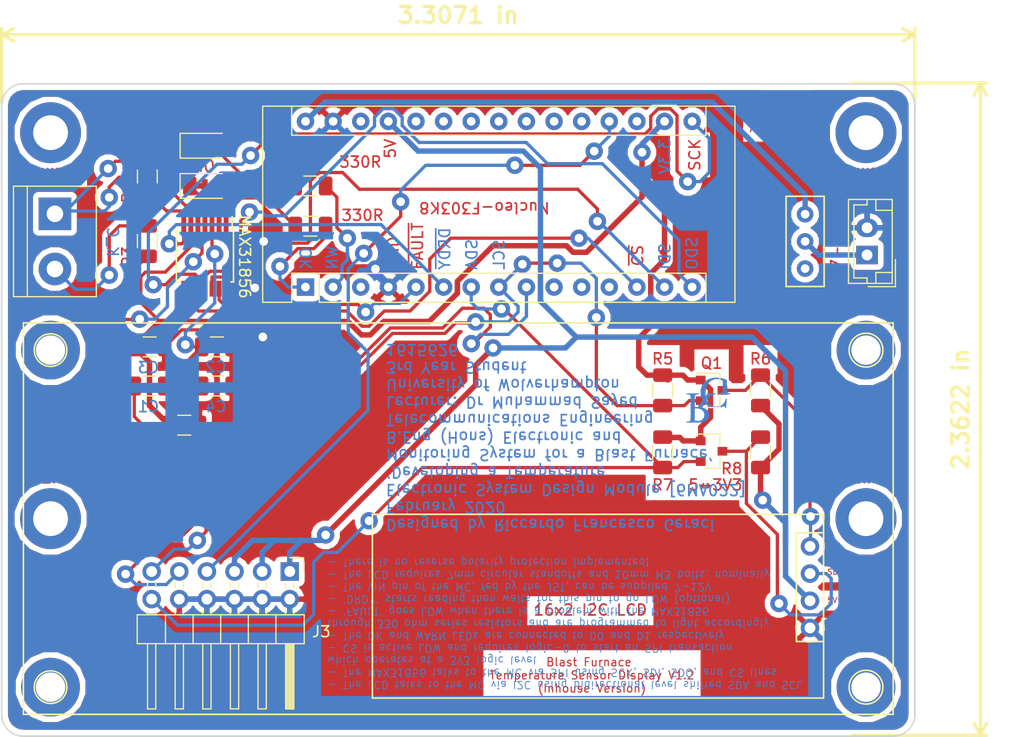
<source format=kicad_pcb>
(kicad_pcb (version 20171130) (host pcbnew "(5.0.0)")
  (layers (0 F.Cu signal) (31 B.Cu signal) (34 B.Paste user) (35 F.Paste user) (36 B.SilkS user) (37 F.SilkS user) (38 B.Mask user) (39 F.Mask user) (44 Edge.Cuts user))
  (net 0 "")
  (net 1 GND)
  (net 2 "Net-(A1-Pad30)")
  (net 3 "Net-(J2-Pad1)")
  (net 4 "Net-(A1-Pad1)")
  (net 5 "Net-(A1-Pad2)")
  (net 6 "Net-(D1-Pad2)")
  (net 7 "Net-(D2-Pad2)")
  (net 8 /SCK)
  (net 9 /SDO)
  (net 10 /SDI)
  (net 11 /CS)
  (net 12 5V)
  (net 13 /DRDY)
  (net 14 /FAULT)
  (net 15 3V3)
  (net 16 "Net-(C1-Pad1)")
  (net 17 "Net-(C1-Pad2)")
  (net 18 "Net-(J1-Pad2)")
  (net 19 "Net-(J1-Pad1)")
  (net 20 SDA_3V3)
  (net 21 SCL_3V3)
  (net 22 SCL_5V)
  (net 23 SDA_5V)
  (net 24 /A0)
  (net 25 /D6)
  (module "Blast Furnace PCB:16x2_LCD_I2C_BACKPACK" (layer F.Cu) (at 118.1 128.6)
    (fp_text reference U2 hide)
    (fp_text value I2C_16x2_LCD)
    (pad 4 thru_hole circle (at 33.35 2.55) (size 1.7 1.7) (drill 1) (layers *.Cu *.Mask) (net 22 SCL_5V))
    (pad 3 thru_hole circle (at 33.35 5.05) (size 1.7 1.7) (drill 1) (layers *.Cu *.Mask) (net 23 SDA_5V))
    (pad 2 thru_hole circle (at 33.35 7.55) (size 1.7 1.7) (drill 1) (layers *.Cu *.Mask) (net 12 5V))
    (pad 1 thru_hole circle (at 33.35 10.05) (size 1.7 1.7) (drill 1) (layers *.Cu *.Mask) (net 1 GND))
  )
  (module "Blast Furnace PCB:Arduino_Nano_Header_Nucleo_F303K8" (layer F.Cu) (at 105.05 107.3 90)
    (fp_text reference A1 hide)
    (fp_text value STM32_Nucleo_F303K8)
    (pad 16 thru_hole circle (at 15.24 35.56 90) (size 1.6 1.6) (drill 0.8) (layers *.Cu *.Mask) (net 8 /SCK))
    (pad 15 thru_hole circle (at 0 35.56 90) (size 1.6 1.6) (drill 0.8) (layers *.Cu *.Mask) (net 9 /SDO))
    (pad 30 thru_hole circle (at 15.24 0 90) (size 1.6 1.6) (drill 0.8) (layers *.Cu *.Mask) (net 2 "Net-(A1-Pad30)"))
    (pad 14 thru_hole circle (at 0 33.02 90) (size 1.6 1.6) (drill 0.8) (layers *.Cu *.Mask) (net 10 /SDI))
    (pad 29 thru_hole circle (at 15.24 2.54 90) (size 1.6 1.6) (drill 0.8) (layers *.Cu *.Mask) (net 1 GND))
    (pad 13 thru_hole circle (at 0 30.48 90) (size 1.6 1.6) (drill 0.8) (layers *.Cu *.Mask) (net 11 /CS))
    (pad 28 thru_hole circle (at 15.24 5.08 90) (size 1.6 1.6) (drill 0.8) (layers *.Cu *.Mask))
    (pad 12 thru_hole circle (at 0 27.94 90) (size 1.6 1.6) (drill 0.8) (layers *.Cu *.Mask))
    (pad 27 thru_hole circle (at 15.24 7.62 90) (size 1.6 1.6) (drill 0.8) (layers *.Cu *.Mask) (net 12 5V))
    (pad 11 thru_hole circle (at 0 25.4 90) (size 1.6 1.6) (drill 0.8) (layers *.Cu *.Mask))
    (pad 26 thru_hole circle (at 15.24 10.16 90) (size 1.6 1.6) (drill 0.8) (layers *.Cu *.Mask))
    (pad 10 thru_hole circle (at 0 22.86 90) (size 1.6 1.6) (drill 0.8) (layers *.Cu *.Mask))
    (pad 25 thru_hole circle (at 15.24 12.7 90) (size 1.6 1.6) (drill 0.8) (layers *.Cu *.Mask))
    (pad 9 thru_hole circle (at 0 20.32 90) (size 1.6 1.6) (drill 0.8) (layers *.Cu *.Mask) (net 25 /D6))
    (pad 24 thru_hole circle (at 15.24 15.24 90) (size 1.6 1.6) (drill 0.8) (layers *.Cu *.Mask))
    (pad 8 thru_hole circle (at 0 17.78 90) (size 1.6 1.6) (drill 0.8) (layers *.Cu *.Mask) (net 21 SCL_3V3))
    (pad 23 thru_hole circle (at 15.24 17.78 90) (size 1.6 1.6) (drill 0.8) (layers *.Cu *.Mask))
    (pad 7 thru_hole circle (at 0 15.24 90) (size 1.6 1.6) (drill 0.8) (layers *.Cu *.Mask) (net 20 SDA_3V3))
    (pad 22 thru_hole circle (at 15.24 20.32 90) (size 1.6 1.6) (drill 0.8) (layers *.Cu *.Mask))
    (pad 6 thru_hole circle (at 0 12.7 90) (size 1.6 1.6) (drill 0.8) (layers *.Cu *.Mask) (net 13 /DRDY))
    (pad 21 thru_hole circle (at 15.24 22.86 90) (size 1.6 1.6) (drill 0.8) (layers *.Cu *.Mask))
    (pad 5 thru_hole circle (at 0 10.16 90) (size 1.6 1.6) (drill 0.8) (layers *.Cu *.Mask) (net 14 /FAULT))
    (pad 20 thru_hole circle (at 15.24 25.4 90) (size 1.6 1.6) (drill 0.8) (layers *.Cu *.Mask))
    (pad 4 thru_hole circle (at 0 7.62 90) (size 1.6 1.6) (drill 0.8) (layers *.Cu *.Mask) (net 1 GND))
    (pad 19 thru_hole circle (at 15.24 27.94 90) (size 1.6 1.6) (drill 0.8) (layers *.Cu *.Mask) (net 24 /A0))
    (pad 3 thru_hole circle (at 0 5.08 90) (size 1.6 1.6) (drill 0.8) (layers *.Cu *.Mask))
    (pad 18 thru_hole circle (at 15.24 30.48 90) (size 1.6 1.6) (drill 0.8) (layers *.Cu *.Mask))
    (pad 2 thru_hole circle (at 0 2.54 90) (size 1.6 1.6) (drill 0.8) (layers *.Cu *.Mask) (net 5 "Net-(A1-Pad2)"))
    (pad 17 thru_hole circle (at 15.24 33.02 90) (size 1.6 1.6) (drill 0.8) (layers *.Cu *.Mask) (net 15 3V3))
    (pad 1 thru_hole rect (at 0 0 90) (size 1.6 1.6) (drill 0.8) (layers *.Cu *.Mask) (net 4 "Net-(A1-Pad1)"))
  )
  (module "LOGO:im calling the police" (layer F.Cu) (at 89.75 125.9)
    (fp_text reference G1 hide)
    (fp_text value LOGO hide)
    (fp_poly (pts (xy -0.101987 -0.012631) (xy -0.094612 -0.005182) (xy -0.084696 0.006809) (xy -0.075438 0.019185) (xy -0.064516 0.034239) (xy -0.04979 0.054335) (xy -0.032535 0.077744) (xy -0.014028 0.102734) (xy 0.004456 0.127575) (xy 0.006908 0.13086) (xy 0.05561 0.194445) (xy 0.101422 0.250731) (xy 0.144838 0.30018) (xy 0.186356 0.343253) (xy 0.226471 0.38041) (xy 0.265679 0.412114) (xy 0.304477 0.438825) (xy 0.34336 0.461004) (xy 0.380516 0.478167) (xy 0.447406 0.502442) (xy 0.518338 0.522104) (xy 0.589706 0.536173) (xy 0.599017 0.537567) (xy 0.620871 0.540608) (xy 0.635756 0.543051) (xy 0.644995 0.546012) (xy 0.64991 0.550605) (xy 0.651825 0.557946) (xy 0.652063 0.569149) (xy 0.651934 0.582164) (xy 0.651934 0.618067) (xy 0.293159 0.617919) (xy -0.065617 0.617771) (xy -0.145652 0.506851) (xy -0.225688 0.395931) (xy -0.218286 0.349307) (xy -0.211904 0.314346) (xy -0.203195 0.274153) (xy -0.192838 0.231412) (xy -0.181508 0.188807) (xy -0.169884 0.149022) (xy -0.160323 0.119559) (xy -0.152128 0.096531) (xy -0.143092 0.072391) (xy -0.133813 0.048606) (xy -0.12489 0.026642) (xy -0.11692 0.007966) (xy -0.110503 -0.005958) (xy -0.106235 -0.013662) (xy -0.10571 -0.014309) (xy -0.101987 -0.012631)) (layer F.Cu) (width 0.01))
    (fp_poly (pts (xy -1.404408 -2.060408) (xy -1.318036 -2.060148) (xy -1.239683 -2.059887) (xy -1.168902 -2.05962) (xy -1.105247 -2.05934) (xy -1.048271 -2.059043) (xy -0.997525 -2.058722) (xy -0.952563 -2.058372) (xy -0.912939 -2.057988) (xy -0.878204 -2.057563) (xy -0.847912 -2.057091) (xy -0.821616 -2.056568) (xy -0.798868 -2.055988) (xy -0.779222 -2.055344) (xy -0.76223 -2.054632) (xy -0.747446 -2.053846) (xy -0.734421 -2.052979) (xy -0.72271 -2.052027) (xy -0.719666 -2.05175) (xy -0.650836 -2.044739) (xy -0.589504 -2.03715) (xy -0.534715 -2.028795) (xy -0.48551 -2.019485) (xy -0.440931 -2.009033) (xy -0.400019 -1.997251) (xy -0.361819 -1.98395) (xy -0.34925 -1.979038) (xy -0.284516 -1.948974) (xy -0.223008 -1.912386) (xy -0.165441 -1.869992) (xy -0.112533 -1.822512) (xy -0.064998 -1.770666) (xy -0.023554 -1.715173) (xy 0.011083 -1.656752) (xy 0.038197 -1.596123) (xy 0.04182 -1.586181) (xy 0.052615 -1.553554) (xy 0.060794 -1.523498) (xy 0.066675 -1.49392) (xy 0.070574 -1.462727) (xy 0.072809 -1.427828) (xy 0.073699 -1.387129) (xy 0.073748 -1.375833) (xy 0.073357 -1.333697) (xy 0.071847 -1.297992) (xy 0.068941 -1.266721) (xy 0.064362 -1.237892) (xy 0.057833 -1.209509) (xy 0.049076 -1.179578) (xy 0.044537 -1.165672) (xy 0.017988 -1.099466) (xy -0.016057 -1.036387) (xy -0.056952 -0.977246) (xy -0.104049 -0.922856) (xy -0.156701 -0.874027) (xy -0.214262 -0.831571) (xy -0.229722 -0.821817) (xy -0.261945 -0.803362) (xy -0.299239 -0.783982) (xy -0.338565 -0.765173) (xy -0.376883 -0.748436) (xy -0.386246 -0.744633) (xy -0.403691 -0.738089) (xy -0.425384 -0.730584) (xy -0.449792 -0.722582) (xy -0.475379 -0.714545) (xy -0.500612 -0.706936) (xy -0.523957 -0.700217) (xy -0.54388 -0.694852) (xy -0.558845 -0.691303) (xy -0.567279 -0.690033) (xy -0.575175 -0.688173) (xy -0.57767 -0.686091) (xy -0.57574 -0.681995) (xy -0.569286 -0.671707) (xy -0.558764 -0.655887) (xy -0.544628 -0.635191) (xy -0.527331 -0.610278) (xy -0.50733 -0.581805) (xy -0.485077 -0.55043) (xy -0.461029 -0.516812) (xy -0.453036 -0.505699) (xy -0.428461 -0.471519) (xy -0.405456 -0.439418) (xy -0.384484 -0.410049) (xy -0.366009 -0.384066) (xy -0.350493 -0.362122) (xy -0.338399 -0.344871) (xy -0.330192 -0.332967) (xy -0.326333 -0.327063) (xy -0.326093 -0.326549) (xy -0.328773 -0.322201) (xy -0.335603 -0.313647) (xy -0.34328 -0.3048) (xy -0.369902 -0.273915) (xy -0.398122 -0.239123) (xy -0.426734 -0.202064) (xy -0.45453 -0.164379) (xy -0.480306 -0.127709) (xy -0.502854 -0.093695) (xy -0.520967 -0.063977) (xy -0.523038 -0.060329) (xy -0.52997 -0.048576) (xy -0.535358 -0.04052) (xy -0.5377 -0.038104) (xy -0.540452 -0.041453) (xy -0.547799 -0.051173) (xy -0.559382 -0.066769) (xy -0.574839 -0.087748) (xy -0.593809 -0.113617) (xy -0.615932 -0.143882) (xy -0.640846 -0.178049) (xy -0.668192 -0.215625) (xy -0.697607 -0.256116) (xy -0.728731 -0.299029) (xy -0.755139 -0.335492) (xy -0.970394 -0.632883) (xy -1.25095 -0.631337) (xy -1.250864 -0.185494) (xy -1.25084 -0.113284) (xy -1.250791 -0.049011) (xy -1.250709 0.007857) (xy -1.250586 0.057849) (xy -1.250414 0.101495) (xy -1.250187 0.139326) (xy -1.249895 0.171873) (xy -1.24953 0.199665) (xy -1.249086 0.223234) (xy -1.248554 0.243108) (xy -1.247926 0.25982) (xy -1.247195 0.273898) (xy -1.246351 0.285873) (xy -1.245389 0.296277) (xy -1.244299 0.305638) (xy -1.24348 0.311684) (xy -1.236496 0.352536) (xy -1.227926 0.3888) (xy -1.218148 0.419051) (xy -1.210695 0.436062) (xy -1.201509 0.449565) (xy -1.187201 0.465444) (xy -1.16989 0.481683) (xy -1.151691 0.496265) (xy -1.138057 0.505298) (xy -1.107504 0.52028) (xy -1.07278 0.531665) (xy -1.032949 0.539634) (xy -0.987079 0.544372) (xy -0.934235 0.546061) (xy -0.930275 0.54607) (xy -0.867833 0.5461) (xy -0.867833 0.618067) (xy -2.015066 0.618067) (xy -2.015066 0.547273) (xy -1.933575 0.544956) (xy -1.900823 0.543811) (xy -1.87489 0.542356) (xy -1.854128 0.540433) (xy -1.836891 0.537883) (xy -1.821532 0.534544) (xy -1.818886 0.53386) (xy -1.773505 0.518355) (xy -1.734745 0.497581) (xy -1.70258 0.47151) (xy -1.676983 0.440116) (xy -1.657926 0.403371) (xy -1.645385 0.361251) (xy -1.645095 0.359834) (xy -1.643407 0.351198) (xy -1.641846 0.342405) (xy -1.640405 0.33312) (xy -1.639082 0.323007) (xy -1.637871 0.311728) (xy -1.636768 0.298949) (xy -1.63577 0.284333) (xy -1.634871 0.267544) (xy -1.634067 0.248246) (xy -1.633355 0.226103) (xy -1.63273 0.200779) (xy -1.632187 0.171938) (xy -1.631723 0.139244) (xy -1.631332 0.10236) (xy -1.631011 0.060952) (xy -1.630756 0.014682) (xy -1.630561 -0.036784) (xy -1.630424 -0.093785) (xy -1.630338 -0.156654) (xy -1.630302 -0.225729) (xy -1.630308 -0.301345) (xy -1.630355 -0.383839) (xy -1.630437 -0.473546) (xy -1.63055 -0.570803) (xy -1.630689 -0.675946) (xy -1.630805 -0.757766) (xy -1.630963 -0.865151) (xy -1.631117 -0.964405) (xy -1.63127 -1.055865) (xy -1.631287 -1.06551) (xy -1.252288 -1.06551) (xy -1.252264 -1.009951) (xy -1.252206 -0.958705) (xy -1.252117 -0.912274) (xy -1.251997 -0.87116) (xy -1.251848 -0.835868) (xy -1.25167 -0.806901) (xy -1.251464 -0.784761) (xy -1.251231 -0.769952) (xy -1.250973 -0.762977) (xy -1.250903 -0.762511) (xy -1.246102 -0.760742) (xy -1.234002 -0.759446) (xy -1.215755 -0.7586) (xy -1.192513 -0.758183) (xy -1.165428 -0.758172) (xy -1.135655 -0.758545) (xy -1.104344 -0.75928) (xy -1.072649 -0.760355) (xy -1.041722 -0.761747) (xy -1.012716 -0.763434) (xy -0.986783 -0.765394) (xy -0.965075 -0.767606) (xy -0.961265 -0.768086) (xy -0.878726 -0.781834) (xy -0.802828 -0.80058) (xy -0.733289 -0.824446) (xy -0.66983 -0.853552) (xy -0.61217 -0.888022) (xy -0.560029 -0.927975) (xy -0.532053 -0.953859) (xy -0.487909 -1.001959) (xy -0.451457 -1.051595) (xy -0.42198 -1.10408) (xy -0.398762 -1.160726) (xy -0.381088 -1.222849) (xy -0.378137 -1.236133) (xy -0.374424 -1.26017) (xy -0.371882 -1.290389) (xy -0.370507 -1.324587) (xy -0.3703 -1.360562) (xy -0.371256 -1.396112) (xy -0.373376 -1.429033) (xy -0.376657 -1.457122) (xy -0.37833 -1.466696) (xy -0.395873 -1.53583) (xy -0.420077 -1.599768) (xy -0.450918 -1.658473) (xy -0.48837 -1.711911) (xy -0.532407 -1.760044) (xy -0.583006 -1.802836) (xy -0.636504 -1.838145) (xy -0.685184 -1.862377) (xy -0.739828 -1.882035) (xy -0.799112 -1.896861) (xy -0.861716 -1.906594) (xy -0.926317 -1.910975) (xy -0.991592 -1.909744) (xy -0.998659 -1.909262) (xy -1.036973 -1.90588) (xy -1.079477 -1.901151) (xy -1.123269 -1.89546) (xy -1.165446 -1.889195) (xy -1.203107 -1.882741) (xy -1.214967 -1.880453) (xy -1.25095 -1.87325) (xy -1.252038 -1.3208) (xy -1.252155 -1.253025) (xy -1.252235 -1.18755) (xy -1.252279 -1.124877) (xy -1.252288 -1.06551) (xy -1.631287 -1.06551) (xy -1.631424 -1.139865) (xy -1.631583 -1.216744) (xy -1.631749 -1.286835) (xy -1.631926 -1.350476) (xy -1.632116 -1.408003) (xy -1.632323 -1.459751) (xy -1.632549 -1.506056) (xy -1.632797 -1.547255) (xy -1.63307 -1.583684) (xy -1.633371 -1.615678) (xy -1.633704 -1.643574) (xy -1.63407 -1.667707) (xy -1.634474 -1.688414) (xy -1.634917 -1.706031) (xy -1.635403 -1.720893) (xy -1.635935 -1.733337) (xy -1.636516 -1.743699) (xy -1.637148 -1.752314) (xy -1.637836 -1.759519) (xy -1.63858 -1.76565) (xy -1.639385 -1.771043) (xy -1.639702 -1.772935) (xy -1.647548 -1.811117) (xy -1.657062 -1.844831) (xy -1.667805 -1.872732) (xy -1.678972 -1.892957) (xy -1.699015 -1.915675) (xy -1.7259 -1.936762) (xy -1.758031 -1.955273) (xy -1.793811 -1.970262) (xy -1.824566 -1.979218) (xy -1.844902 -1.982859) (xy -1.871531 -1.985646) (xy -1.905234 -1.987646) (xy -1.935691 -1.988672) (xy -2.015067 -1.990685) (xy -2.015066 -2.026428) (xy -2.015066 -2.062171) (xy -1.404408 -2.060408)) (layer F.Cu) (width 0.01))
    (fp_poly (pts (xy 1.606258 -0.727986) (xy 1.617262 -0.727297) (xy 1.623063 -0.725691) (xy 1.625292 -0.722798) (xy 1.6256 -0.719635) (xy 1.625939 -0.714291) (xy 1.626926 -0.701096) (xy 1.628513 -0.680636) (xy 1.630653 -0.653496) (xy 1.633299 -0.620263) (xy 1.636404 -0.581524) (xy 1.639921 -0.537865) (xy 1.643803 -0.489871) (xy 1.648003 -0.43813) (xy 1.652473 -0.383228) (xy 1.657167 -0.325751) (xy 1.659467 -0.297659) (xy 1.664242 -0.239339) (xy 1.668817 -0.183437) (xy 1.673145 -0.130529) (xy 1.677179 -0.081186) (xy 1.680872 -0.035982) (xy 1.684177 0.004509) (xy 1.687047 0.039714) (xy 1.689437 0.06906) (xy 1.691298 0.091973) (xy 1.692584 0.107879) (xy 1.693249 0.116206) (xy 1.693333 0.117347) (xy 1.689433 0.11791) (xy 1.679045 0.118075) (xy 1.664141 0.117827) (xy 1.658429 0.117646) (xy 1.623524 0.116417) (xy 1.61387 0.0889) (xy 1.587294 0.018349) (xy 1.557943 -0.050132) (xy 1.526611 -0.11489) (xy 1.49409 -0.174272) (xy 1.465542 -0.220133) (xy 1.4154 -0.288532) (xy 1.360667 -0.34988) (xy 1.301242 -0.404245) (xy 1.237021 -0.45169) (xy 1.1679 -0.492284) (xy 1.093778 -0.52609) (xy 1.014551 -0.553176) (xy 0.930117 -0.573607) (xy 0.905875 -0.578084) (xy 0.883975 -0.580979) (xy 0.855421 -0.583423) (xy 0.822014 -0.585375) (xy 0.785556 -0.586795) (xy 0.747851 -0.58764) (xy 0.710698 -0.58787) (xy 0.675901 -0.587445) (xy 0.645262 -0.586322) (xy 0.621442 -0.584552) (xy 0.532071 -0.57146) (xy 0.447045 -0.551101) (xy 0.366381 -0.523488) (xy 0.290096 -0.488631) (xy 0.21821 -0.446541) (xy 0.150739 -0.397231) (xy 0.087701 -0.34071) (xy 0.029115 -0.276992) (xy -0.025002 -0.206087) (xy -0.062132 -0.149043) (xy -0.108125 -0.066876) (xy -0.147756 0.01827) (xy -0.181549 0.107663) (xy -0.210026 0.202574) (xy -0.215399 0.2234) (xy -0.236854 0.32403) (xy -0.251968 0.429039) (xy -0.260682 0.537131) (xy -0.262939 0.647008) (xy -0.25868 0.757377) (xy -0.247847 0.866939) (xy -0.245136 0.886884) (xy -0.227789 0.985873) (xy -0.204195 1.083363) (xy -0.174712 1.178556) (xy -0.139698 1.270655) (xy -0.09951 1.358863) (xy -0.054506 1.442382) (xy -0.005043 1.520416) (xy 0.048522 1.592167) (xy 0.095033 1.645518) (xy 0.155416 1.703803) (xy 0.221925 1.756663) (xy 0.293914 1.803759) (xy 0.370737 1.844747) (xy 0.451748 1.879286) (xy 0.5363 1.907034) (xy 0.623749 1.927649) (xy 0.630767 1.928964) (xy 0.651745 1.931796) (xy 0.679364 1.934006) (xy 0.711817 1.935582) (xy 0.747301 1.936509) (xy 0.784009 1.936773) (xy 0.820138 1.936361) (xy 0.853883 1.935258) (xy 0.883437 1.933452) (xy 0.905934 1.931079) (xy 1.003574 1.913187) (xy 1.098893 1.887197) (xy 1.191536 1.853219) (xy 1.267883 1.818154) (xy 1.318683 1.792555) (xy 1.319935 1.394753) (xy 1.320149 1.312218) (xy 1.32023 1.237673) (xy 1.320153 1.170643) (xy 1.319893 1.110653) (xy 1.319425 1.057226) (xy 1.318724 1.009888) (xy 1.317765 0.968163) (xy 1.316524 0.931575) (xy 1.314975 0.899648) (xy 1.313094 0.871908) (xy 1.310856 0.847879) (xy 1.308235 0.827085) (xy 1.305208 0.80905) (xy 1.301748 0.7933) (xy 1.297832 0.779358) (xy 1.293434 0.766749) (xy 1.28853 0.754998) (xy 1.28619 0.749945) (xy 1.266646 0.718411) (xy 1.240296 0.690629) (xy 1.208303 0.667495) (xy 1.171831 0.6499) (xy 1.145117 0.64157) (xy 1.111127 0.63482) (xy 1.072294 0.629843) (xy 1.032128 0.627026) (xy 1.008703 0.626534) (xy 0.969434 0.626534) (xy 0.969434 0.550334) (xy 2.0066 0.550334) (xy 2.0066 0.626534) (xy 1.958975 0.626607) (xy 1.910292 0.629136) (xy 1.86793 0.636704) (xy 1.831255 0.649521) (xy 1.799633 0.667801) (xy 1.776601 0.687442) (xy 1.760472 0.705853) (xy 1.747155 0.726461) (xy 1.736077 0.750641) (xy 1.726667 0.779769) (xy 1.718355 0.81522) (xy 1.713993 0.8382) (xy 1.713135 0.846212) (xy 1.712339 0.860373) (xy 1.711604 0.880902) (xy 1.710927 0.908018) (xy 1.710304 0.94194) (xy 1.709734 0.982887) (xy 1.709212 1.031076) (xy 1.708737 1.086727) (xy 1.708305 1.15006) (xy 1.707914 1.221291) (xy 1.70756 1.300641) (xy 1.707368 1.351566) (xy 1.705636 1.837416) (xy 1.638243 1.871162) (xy 1.535027 1.919759) (xy 1.43379 1.960974) (xy 1.333126 1.995188) (xy 1.231631 2.022779) (xy 1.127899 2.044126) (xy 1.020524 2.05961) (xy 0.908102 2.069609) (xy 0.9017 2.07001) (xy 0.853157 2.072227) (xy 0.799239 2.073382) (xy 0.742968 2.073479) (xy 0.687369 2.072523) (xy 0.635464 2.07052) (xy 0.618067 2.069531) (xy 0.499693 2.058527) (xy 0.385968 2.040651) (xy 0.276969 2.015938) (xy 0.172773 1.984426) (xy 0.073457 1.946151) (xy -0.020903 1.90115) (xy -0.110228 1.84946) (xy -0.194444 1.791118) (xy -0.273472 1.726161) (xy -0.347235 1.654625) (xy -0.415657 1.576547) (xy -0.41793 1.573727) (xy -0.482566 1.486871) (xy -0.539545 1.396776) (xy -0.588762 1.303675) (xy -0.630112 1.207796) (xy -0.663489 1.10937) (xy -0.68879 1.008629) (xy -0.698146 0.95885) (xy -0.710303 0.866426) (xy -0.716572 0.770807) (xy -0.716973 0.674111) (xy -0.711522 0.578454) (xy -0.700238 0.485956) (xy -0.693797 0.448734) (xy -0.669751 0.344015) (xy -0.637634 0.240427) (xy -0.597833 0.138695) (xy -0.550735 0.039545) (xy -0.496726 -0.056298) (xy -0.436193 -0.148106) (xy -0.369522 -0.235153) (xy -0.2971 -0.316715) (xy -0.273382 -0.340931) (xy -0.195541 -0.413375) (xy -0.115018 -0.478052) (xy -0.031567 -0.535062) (xy 0.055056 -0.5845) (xy 0.145096 -0.626465) (xy 0.238795 -0.661054) (xy 0.3364 -0.688365) (xy 0.438153 -0.708494) (xy 0.544301 -0.721539) (xy 0.655085 -0.727599) (xy 0.697211 -0.728089) (xy 0.769026 -0.726918) (xy 0.834772 -0.723159) (xy 0.896516 -0.716569) (xy 0.956327 -0.706906) (xy 1.016272 -0.693926) (xy 1.0414 -0.68758) (xy 1.057014 -0.683366) (xy 1.073726 -0.678593) (xy 1.092286 -0.673016) (xy 1.11344 -0.666389) (xy 1.137937 -0.658465) (xy 1.166525 -0.649) (xy 1.199953 -0.637748) (xy 1.238968 -0.624464) (xy 1.284318 -0.608901) (xy 1.336753 -0.590814) (xy 1.348317 -0.586817) (xy 1.381313 -0.57574) (xy 1.407739 -0.567748) (xy 1.428825 -0.562637) (xy 1.445803 -0.560201) (xy 1.459903 -0.560238) (xy 1.472356 -0.56254) (xy 1.479678 -0.564974) (xy 1.499849 -0.576099) (xy 1.516228 -0.592924) (xy 1.529125 -0.616027) (xy 1.538851 -0.645985) (xy 1.545716 -0.683375) (xy 1.546435 -0.688975) (xy 1.55124 -0.728133) (xy 1.58842 -0.728133) (xy 1.606258 -0.727986)) (layer F.Cu) (width 0.01))
  )
  (module "LOGO:im calling the police" (layer B.Cu) (at 142.1 117.7)
    (fp_text reference G1 hide)
    (fp_text value LOGO hide)
    (fp_poly (pts (xy -0.101987 0.012631) (xy -0.094612 0.005182) (xy -0.084696 -0.006809) (xy -0.075438 -0.019185) (xy -0.064516 -0.034239) (xy -0.04979 -0.054335) (xy -0.032535 -0.077744) (xy -0.014028 -0.102734) (xy 0.004456 -0.127575) (xy 0.006908 -0.13086) (xy 0.05561 -0.194445) (xy 0.101422 -0.250731) (xy 0.144838 -0.30018) (xy 0.186356 -0.343253) (xy 0.226471 -0.38041) (xy 0.265679 -0.412114) (xy 0.304477 -0.438825) (xy 0.34336 -0.461004) (xy 0.380516 -0.478167) (xy 0.447406 -0.502442) (xy 0.518338 -0.522104) (xy 0.589706 -0.536173) (xy 0.599017 -0.537567) (xy 0.620871 -0.540608) (xy 0.635756 -0.543051) (xy 0.644995 -0.546012) (xy 0.64991 -0.550605) (xy 0.651825 -0.557946) (xy 0.652063 -0.569149) (xy 0.651934 -0.582164) (xy 0.651934 -0.618067) (xy 0.293159 -0.617919) (xy -0.065617 -0.617771) (xy -0.145652 -0.506851) (xy -0.225688 -0.395931) (xy -0.218286 -0.349307) (xy -0.211904 -0.314346) (xy -0.203195 -0.274153) (xy -0.192838 -0.231412) (xy -0.181508 -0.188807) (xy -0.169884 -0.149022) (xy -0.160323 -0.119559) (xy -0.152128 -0.096531) (xy -0.143092 -0.072391) (xy -0.133813 -0.048606) (xy -0.12489 -0.026642) (xy -0.11692 -0.007966) (xy -0.110503 0.005958) (xy -0.106235 0.013662) (xy -0.10571 0.014309) (xy -0.101987 0.012631)) (layer B.Cu) (width 0.01))
    (fp_poly (pts (xy -1.404408 2.060408) (xy -1.318036 2.060148) (xy -1.239683 2.059887) (xy -1.168902 2.05962) (xy -1.105247 2.05934) (xy -1.048271 2.059043) (xy -0.997525 2.058722) (xy -0.952563 2.058372) (xy -0.912939 2.057988) (xy -0.878204 2.057563) (xy -0.847912 2.057091) (xy -0.821616 2.056568) (xy -0.798868 2.055988) (xy -0.779222 2.055344) (xy -0.76223 2.054632) (xy -0.747446 2.053846) (xy -0.734421 2.052979) (xy -0.72271 2.052027) (xy -0.719666 2.05175) (xy -0.650836 2.044739) (xy -0.589504 2.03715) (xy -0.534715 2.028795) (xy -0.48551 2.019485) (xy -0.440931 2.009033) (xy -0.400019 1.997251) (xy -0.361819 1.98395) (xy -0.34925 1.979038) (xy -0.284516 1.948974) (xy -0.223008 1.912386) (xy -0.165441 1.869992) (xy -0.112533 1.822512) (xy -0.064998 1.770666) (xy -0.023554 1.715173) (xy 0.011083 1.656752) (xy 0.038197 1.596123) (xy 0.04182 1.586181) (xy 0.052615 1.553554) (xy 0.060794 1.523498) (xy 0.066675 1.49392) (xy 0.070574 1.462727) (xy 0.072809 1.427828) (xy 0.073699 1.387129) (xy 0.073748 1.375833) (xy 0.073357 1.333697) (xy 0.071847 1.297992) (xy 0.068941 1.266721) (xy 0.064362 1.237892) (xy 0.057833 1.209509) (xy 0.049076 1.179578) (xy 0.044537 1.165672) (xy 0.017988 1.099466) (xy -0.016057 1.036387) (xy -0.056952 0.977246) (xy -0.104049 0.922856) (xy -0.156701 0.874027) (xy -0.214262 0.831571) (xy -0.229722 0.821817) (xy -0.261945 0.803362) (xy -0.299239 0.783982) (xy -0.338565 0.765173) (xy -0.376883 0.748436) (xy -0.386246 0.744633) (xy -0.403691 0.738089) (xy -0.425384 0.730584) (xy -0.449792 0.722582) (xy -0.475379 0.714545) (xy -0.500612 0.706936) (xy -0.523957 0.700217) (xy -0.54388 0.694852) (xy -0.558845 0.691303) (xy -0.567279 0.690033) (xy -0.575175 0.688173) (xy -0.57767 0.686091) (xy -0.57574 0.681995) (xy -0.569286 0.671707) (xy -0.558764 0.655887) (xy -0.544628 0.635191) (xy -0.527331 0.610278) (xy -0.50733 0.581805) (xy -0.485077 0.55043) (xy -0.461029 0.516812) (xy -0.453036 0.505699) (xy -0.428461 0.471519) (xy -0.405456 0.439418) (xy -0.384484 0.410049) (xy -0.366009 0.384066) (xy -0.350493 0.362122) (xy -0.338399 0.344871) (xy -0.330192 0.332967) (xy -0.326333 0.327063) (xy -0.326093 0.326549) (xy -0.328773 0.322201) (xy -0.335603 0.313647) (xy -0.34328 0.3048) (xy -0.369902 0.273915) (xy -0.398122 0.239123) (xy -0.426734 0.202064) (xy -0.45453 0.164379) (xy -0.480306 0.127709) (xy -0.502854 0.093695) (xy -0.520967 0.063977) (xy -0.523038 0.060329) (xy -0.52997 0.048576) (xy -0.535358 0.04052) (xy -0.5377 0.038104) (xy -0.540452 0.041453) (xy -0.547799 0.051173) (xy -0.559382 0.066769) (xy -0.574839 0.087748) (xy -0.593809 0.113617) (xy -0.615932 0.143882) (xy -0.640846 0.178049) (xy -0.668192 0.215625) (xy -0.697607 0.256116) (xy -0.728731 0.299029) (xy -0.755139 0.335492) (xy -0.970394 0.632883) (xy -1.25095 0.631337) (xy -1.250864 0.185494) (xy -1.25084 0.113284) (xy -1.250791 0.049011) (xy -1.250709 -0.007857) (xy -1.250586 -0.057849) (xy -1.250414 -0.101495) (xy -1.250187 -0.139326) (xy -1.249895 -0.171873) (xy -1.24953 -0.199665) (xy -1.249086 -0.223234) (xy -1.248554 -0.243108) (xy -1.247926 -0.25982) (xy -1.247195 -0.273898) (xy -1.246351 -0.285873) (xy -1.245389 -0.296277) (xy -1.244299 -0.305638) (xy -1.24348 -0.311684) (xy -1.236496 -0.352536) (xy -1.227926 -0.3888) (xy -1.218148 -0.419051) (xy -1.210695 -0.436062) (xy -1.201509 -0.449565) (xy -1.187201 -0.465444) (xy -1.16989 -0.481683) (xy -1.151691 -0.496265) (xy -1.138057 -0.505298) (xy -1.107504 -0.52028) (xy -1.07278 -0.531665) (xy -1.032949 -0.539634) (xy -0.987079 -0.544372) (xy -0.934235 -0.546061) (xy -0.930275 -0.54607) (xy -0.867833 -0.5461) (xy -0.867833 -0.618067) (xy -2.015066 -0.618067) (xy -2.015066 -0.547273) (xy -1.933575 -0.544956) (xy -1.900823 -0.543811) (xy -1.87489 -0.542356) (xy -1.854128 -0.540433) (xy -1.836891 -0.537883) (xy -1.821532 -0.534544) (xy -1.818886 -0.53386) (xy -1.773505 -0.518355) (xy -1.734745 -0.497581) (xy -1.70258 -0.47151) (xy -1.676983 -0.440116) (xy -1.657926 -0.403371) (xy -1.645385 -0.361251) (xy -1.645095 -0.359834) (xy -1.643407 -0.351198) (xy -1.641846 -0.342405) (xy -1.640405 -0.33312) (xy -1.639082 -0.323007) (xy -1.637871 -0.311728) (xy -1.636768 -0.298949) (xy -1.63577 -0.284333) (xy -1.634871 -0.267544) (xy -1.634067 -0.248246) (xy -1.633355 -0.226103) (xy -1.63273 -0.200779) (xy -1.632187 -0.171938) (xy -1.631723 -0.139244) (xy -1.631332 -0.10236) (xy -1.631011 -0.060952) (xy -1.630756 -0.014682) (xy -1.630561 0.036784) (xy -1.630424 0.093785) (xy -1.630338 0.156654) (xy -1.630302 0.225729) (xy -1.630308 0.301345) (xy -1.630355 0.383839) (xy -1.630437 0.473546) (xy -1.63055 0.570803) (xy -1.630689 0.675946) (xy -1.630805 0.757766) (xy -1.630963 0.865151) (xy -1.631117 0.964405) (xy -1.63127 1.055865) (xy -1.631287 1.06551) (xy -1.252288 1.06551) (xy -1.252264 1.009951) (xy -1.252206 0.958705) (xy -1.252117 0.912274) (xy -1.251997 0.87116) (xy -1.251848 0.835868) (xy -1.25167 0.806901) (xy -1.251464 0.784761) (xy -1.251231 0.769952) (xy -1.250973 0.762977) (xy -1.250903 0.762511) (xy -1.246102 0.760742) (xy -1.234002 0.759446) (xy -1.215755 0.7586) (xy -1.192513 0.758183) (xy -1.165428 0.758172) (xy -1.135655 0.758545) (xy -1.104344 0.75928) (xy -1.072649 0.760355) (xy -1.041722 0.761747) (xy -1.012716 0.763434) (xy -0.986783 0.765394) (xy -0.965075 0.767606) (xy -0.961265 0.768086) (xy -0.878726 0.781834) (xy -0.802828 0.80058) (xy -0.733289 0.824446) (xy -0.66983 0.853552) (xy -0.61217 0.888022) (xy -0.560029 0.927975) (xy -0.532053 0.953859) (xy -0.487909 1.001959) (xy -0.451457 1.051595) (xy -0.42198 1.10408) (xy -0.398762 1.160726) (xy -0.381088 1.222849) (xy -0.378137 1.236133) (xy -0.374424 1.26017) (xy -0.371882 1.290389) (xy -0.370507 1.324587) (xy -0.3703 1.360562) (xy -0.371256 1.396112) (xy -0.373376 1.429033) (xy -0.376657 1.457122) (xy -0.37833 1.466696) (xy -0.395873 1.53583) (xy -0.420077 1.599768) (xy -0.450918 1.658473) (xy -0.48837 1.711911) (xy -0.532407 1.760044) (xy -0.583006 1.802836) (xy -0.636504 1.838145) (xy -0.685184 1.862377) (xy -0.739828 1.882035) (xy -0.799112 1.896861) (xy -0.861716 1.906594) (xy -0.926317 1.910975) (xy -0.991592 1.909744) (xy -0.998659 1.909262) (xy -1.036973 1.90588) (xy -1.079477 1.901151) (xy -1.123269 1.89546) (xy -1.165446 1.889195) (xy -1.203107 1.882741) (xy -1.214967 1.880453) (xy -1.25095 1.87325) (xy -1.252038 1.3208) (xy -1.252155 1.253025) (xy -1.252235 1.18755) (xy -1.252279 1.124877) (xy -1.252288 1.06551) (xy -1.631287 1.06551) (xy -1.631424 1.139865) (xy -1.631583 1.216744) (xy -1.631749 1.286835) (xy -1.631926 1.350476) (xy -1.632116 1.408003) (xy -1.632323 1.459751) (xy -1.632549 1.506056) (xy -1.632797 1.547255) (xy -1.63307 1.583684) (xy -1.633371 1.615678) (xy -1.633704 1.643574) (xy -1.63407 1.667707) (xy -1.634474 1.688414) (xy -1.634917 1.706031) (xy -1.635403 1.720893) (xy -1.635935 1.733337) (xy -1.636516 1.743699) (xy -1.637148 1.752314) (xy -1.637836 1.759519) (xy -1.63858 1.76565) (xy -1.639385 1.771043) (xy -1.639702 1.772935) (xy -1.647548 1.811117) (xy -1.657062 1.844831) (xy -1.667805 1.872732) (xy -1.678972 1.892957) (xy -1.699015 1.915675) (xy -1.7259 1.936762) (xy -1.758031 1.955273) (xy -1.793811 1.970262) (xy -1.824566 1.979218) (xy -1.844902 1.982859) (xy -1.871531 1.985646) (xy -1.905234 1.987646) (xy -1.935691 1.988672) (xy -2.015067 1.990685) (xy -2.015066 2.026428) (xy -2.015066 2.062171) (xy -1.404408 2.060408)) (layer B.Cu) (width 0.01))
    (fp_poly (pts (xy 1.606258 0.727986) (xy 1.617262 0.727297) (xy 1.623063 0.725691) (xy 1.625292 0.722798) (xy 1.6256 0.719635) (xy 1.625939 0.714291) (xy 1.626926 0.701096) (xy 1.628513 0.680636) (xy 1.630653 0.653496) (xy 1.633299 0.620263) (xy 1.636404 0.581524) (xy 1.639921 0.537865) (xy 1.643803 0.489871) (xy 1.648003 0.43813) (xy 1.652473 0.383228) (xy 1.657167 0.325751) (xy 1.659467 0.297659) (xy 1.664242 0.239339) (xy 1.668817 0.183437) (xy 1.673145 0.130529) (xy 1.677179 0.081186) (xy 1.680872 0.035982) (xy 1.684177 -0.004509) (xy 1.687047 -0.039714) (xy 1.689437 -0.06906) (xy 1.691298 -0.091973) (xy 1.692584 -0.107879) (xy 1.693249 -0.116206) (xy 1.693333 -0.117347) (xy 1.689433 -0.11791) (xy 1.679045 -0.118075) (xy 1.664141 -0.117827) (xy 1.658429 -0.117646) (xy 1.623524 -0.116417) (xy 1.61387 -0.0889) (xy 1.587294 -0.018349) (xy 1.557943 0.050132) (xy 1.526611 0.11489) (xy 1.49409 0.174272) (xy 1.465542 0.220133) (xy 1.4154 0.288532) (xy 1.360667 0.34988) (xy 1.301242 0.404245) (xy 1.237021 0.45169) (xy 1.1679 0.492284) (xy 1.093778 0.52609) (xy 1.014551 0.553176) (xy 0.930117 0.573607) (xy 0.905875 0.578084) (xy 0.883975 0.580979) (xy 0.855421 0.583423) (xy 0.822014 0.585375) (xy 0.785556 0.586795) (xy 0.747851 0.58764) (xy 0.710698 0.58787) (xy 0.675901 0.587445) (xy 0.645262 0.586322) (xy 0.621442 0.584552) (xy 0.532071 0.57146) (xy 0.447045 0.551101) (xy 0.366381 0.523488) (xy 0.290096 0.488631) (xy 0.21821 0.446541) (xy 0.150739 0.397231) (xy 0.087701 0.34071) (xy 0.029115 0.276992) (xy -0.025002 0.206087) (xy -0.062132 0.149043) (xy -0.108125 0.066876) (xy -0.147756 -0.01827) (xy -0.181549 -0.107663) (xy -0.210026 -0.202574) (xy -0.215399 -0.2234) (xy -0.236854 -0.32403) (xy -0.251968 -0.429039) (xy -0.260682 -0.537131) (xy -0.262939 -0.647008) (xy -0.25868 -0.757377) (xy -0.247847 -0.866939) (xy -0.245136 -0.886884) (xy -0.227789 -0.985873) (xy -0.204195 -1.083363) (xy -0.174712 -1.178556) (xy -0.139698 -1.270655) (xy -0.09951 -1.358863) (xy -0.054506 -1.442382) (xy -0.005043 -1.520416) (xy 0.048522 -1.592167) (xy 0.095033 -1.645518) (xy 0.155416 -1.703803) (xy 0.221925 -1.756663) (xy 0.293914 -1.803759) (xy 0.370737 -1.844747) (xy 0.451748 -1.879286) (xy 0.5363 -1.907034) (xy 0.623749 -1.927649) (xy 0.630767 -1.928964) (xy 0.651745 -1.931796) (xy 0.679364 -1.934006) (xy 0.711817 -1.935582) (xy 0.747301 -1.936509) (xy 0.784009 -1.936773) (xy 0.820138 -1.936361) (xy 0.853883 -1.935258) (xy 0.883437 -1.933452) (xy 0.905934 -1.931079) (xy 1.003574 -1.913187) (xy 1.098893 -1.887197) (xy 1.191536 -1.853219) (xy 1.267883 -1.818154) (xy 1.318683 -1.792555) (xy 1.319935 -1.394753) (xy 1.320149 -1.312218) (xy 1.32023 -1.237673) (xy 1.320153 -1.170643) (xy 1.319893 -1.110653) (xy 1.319425 -1.057226) (xy 1.318724 -1.009888) (xy 1.317765 -0.968163) (xy 1.316524 -0.931575) (xy 1.314975 -0.899648) (xy 1.313094 -0.871908) (xy 1.310856 -0.847879) (xy 1.308235 -0.827085) (xy 1.305208 -0.80905) (xy 1.301748 -0.7933) (xy 1.297832 -0.779358) (xy 1.293434 -0.766749) (xy 1.28853 -0.754998) (xy 1.28619 -0.749945) (xy 1.266646 -0.718411) (xy 1.240296 -0.690629) (xy 1.208303 -0.667495) (xy 1.171831 -0.6499) (xy 1.145117 -0.64157) (xy 1.111127 -0.63482) (xy 1.072294 -0.629843) (xy 1.032128 -0.627026) (xy 1.008703 -0.626534) (xy 0.969434 -0.626534) (xy 0.969434 -0.550334) (xy 2.0066 -0.550334) (xy 2.0066 -0.626534) (xy 1.958975 -0.626607) (xy 1.910292 -0.629136) (xy 1.86793 -0.636704) (xy 1.831255 -0.649521) (xy 1.799633 -0.667801) (xy 1.776601 -0.687442) (xy 1.760472 -0.705853) (xy 1.747155 -0.726461) (xy 1.736077 -0.750641) (xy 1.726667 -0.779769) (xy 1.718355 -0.81522) (xy 1.713993 -0.8382) (xy 1.713135 -0.846212) (xy 1.712339 -0.860373) (xy 1.711604 -0.880902) (xy 1.710927 -0.908018) (xy 1.710304 -0.94194) (xy 1.709734 -0.982887) (xy 1.709212 -1.031076) (xy 1.708737 -1.086727) (xy 1.708305 -1.15006) (xy 1.707914 -1.221291) (xy 1.70756 -1.300641) (xy 1.707368 -1.351566) (xy 1.705636 -1.837416) (xy 1.638243 -1.871162) (xy 1.535027 -1.919759) (xy 1.43379 -1.960974) (xy 1.333126 -1.995188) (xy 1.231631 -2.022779) (xy 1.127899 -2.044126) (xy 1.020524 -2.05961) (xy 0.908102 -2.069609) (xy 0.9017 -2.07001) (xy 0.853157 -2.072227) (xy 0.799239 -2.073382) (xy 0.742968 -2.073479) (xy 0.687369 -2.072523) (xy 0.635464 -2.07052) (xy 0.618067 -2.069531) (xy 0.499693 -2.058527) (xy 0.385968 -2.040651) (xy 0.276969 -2.015938) (xy 0.172773 -1.984426) (xy 0.073457 -1.946151) (xy -0.020903 -1.90115) (xy -0.110228 -1.84946) (xy -0.194444 -1.791118) (xy -0.273472 -1.726161) (xy -0.347235 -1.654625) (xy -0.415657 -1.576547) (xy -0.41793 -1.573727) (xy -0.482566 -1.486871) (xy -0.539545 -1.396776) (xy -0.588762 -1.303675) (xy -0.630112 -1.207796) (xy -0.663489 -1.10937) (xy -0.68879 -1.008629) (xy -0.698146 -0.95885) (xy -0.710303 -0.866426) (xy -0.716572 -0.770807) (xy -0.716973 -0.674111) (xy -0.711522 -0.578454) (xy -0.700238 -0.485956) (xy -0.693797 -0.448734) (xy -0.669751 -0.344015) (xy -0.637634 -0.240427) (xy -0.597833 -0.138695) (xy -0.550735 -0.039545) (xy -0.496726 0.056298) (xy -0.436193 0.148106) (xy -0.369522 0.235153) (xy -0.2971 0.316715) (xy -0.273382 0.340931) (xy -0.195541 0.413375) (xy -0.115018 0.478052) (xy -0.031567 0.535062) (xy 0.055056 0.5845) (xy 0.145096 0.626465) (xy 0.238795 0.661054) (xy 0.3364 0.688365) (xy 0.438153 0.708494) (xy 0.544301 0.721539) (xy 0.655085 0.727599) (xy 0.697211 0.728089) (xy 0.769026 0.726918) (xy 0.834772 0.723159) (xy 0.896516 0.716569) (xy 0.956327 0.706906) (xy 1.016272 0.693926) (xy 1.0414 0.68758) (xy 1.057014 0.683366) (xy 1.073726 0.678593) (xy 1.092286 0.673016) (xy 1.11344 0.666389) (xy 1.137937 0.658465) (xy 1.166525 0.649) (xy 1.199953 0.637748) (xy 1.238968 0.624464) (xy 1.284318 0.608901) (xy 1.336753 0.590814) (xy 1.348317 0.586817) (xy 1.381313 0.57574) (xy 1.407739 0.567748) (xy 1.428825 0.562637) (xy 1.445803 0.560201) (xy 1.459903 0.560238) (xy 1.472356 0.56254) (xy 1.479678 0.564974) (xy 1.499849 0.576099) (xy 1.516228 0.592924) (xy 1.529125 0.616027) (xy 1.538851 0.645985) (xy 1.545716 0.683375) (xy 1.546435 0.688975) (xy 1.55124 0.728133) (xy 1.58842 0.728133) (xy 1.606258 0.727986)) (layer B.Cu) (width 0.01))
  )
  (module Connector_PinHeader_2.54mm:PinHeader_2x06_P2.54mm_Horizontal (layer F.Cu) (at 103.6 133.46 270)
    (fp_text reference J3 (at 5.54 -2.9) (layer F.SilkS))
    (fp_text value Conn_02x06_Odd_Even)
    (pad 12 thru_hole oval (at 2.54 12.7 270) (size 1.7 1.7) (drill 1) (layers *.Cu *.Mask) (net 20 SDA_3V3))
    (pad 11 thru_hole oval (at 0 12.7 270) (size 1.7 1.7) (drill 1) (layers *.Cu *.Mask) (net 21 SCL_3V3))
    (pad 10 thru_hole oval (at 2.54 10.16 270) (size 1.7 1.7) (drill 1) (layers *.Cu *.Mask) (net 1 GND))
    (pad 9 thru_hole oval (at 0 10.16 270) (size 1.7 1.7) (drill 1) (layers *.Cu *.Mask) (net 25 /D6))
    (pad 8 thru_hole oval (at 2.54 7.62 270) (size 1.7 1.7) (drill 1) (layers *.Cu *.Mask) (net 1 GND))
    (pad 7 thru_hole oval (at 0 7.62 270) (size 1.7 1.7) (drill 1) (layers *.Cu *.Mask) (net 24 /A0))
    (pad 6 thru_hole oval (at 2.54 5.08 270) (size 1.7 1.7) (drill 1) (layers *.Cu *.Mask) (net 1 GND))
    (pad 5 thru_hole oval (at 0 5.08 270) (size 1.7 1.7) (drill 1) (layers *.Cu *.Mask) (net 12 5V))
    (pad 4 thru_hole oval (at 2.54 2.54 270) (size 1.7 1.7) (drill 1) (layers *.Cu *.Mask) (net 1 GND))
    (pad 3 thru_hole oval (at 0 2.54 270) (size 1.7 1.7) (drill 1) (layers *.Cu *.Mask) (net 12 5V))
    (pad 2 thru_hole oval (at 2.54 0 270) (size 1.7 1.7) (drill 1) (layers *.Cu *.Mask) (net 1 GND))
    (pad 1 thru_hole rect (at 0 0 270) (size 1.7 1.7) (drill 1) (layers *.Cu *.Mask) (net 12 5V))
  )
  (module "LOGO:im calling the police" (layer F.Cu) (at 89.5 92.2 180)
    (fp_text reference G1 hide)
    (fp_text value LOGO hide)
    (fp_poly (pts (xy 1.606258 -0.727986) (xy 1.617262 -0.727297) (xy 1.623063 -0.725691) (xy 1.625292 -0.722798) (xy 1.6256 -0.719635) (xy 1.625939 -0.714291) (xy 1.626926 -0.701096) (xy 1.628513 -0.680636) (xy 1.630653 -0.653496) (xy 1.633299 -0.620263) (xy 1.636404 -0.581524) (xy 1.639921 -0.537865) (xy 1.643803 -0.489871) (xy 1.648003 -0.43813) (xy 1.652473 -0.383228) (xy 1.657167 -0.325751) (xy 1.659467 -0.297659) (xy 1.664242 -0.239339) (xy 1.668817 -0.183437) (xy 1.673145 -0.130529) (xy 1.677179 -0.081186) (xy 1.680872 -0.035982) (xy 1.684177 0.004509) (xy 1.687047 0.039714) (xy 1.689437 0.06906) (xy 1.691298 0.091973) (xy 1.692584 0.107879) (xy 1.693249 0.116206) (xy 1.693333 0.117347) (xy 1.689433 0.11791) (xy 1.679045 0.118075) (xy 1.664141 0.117827) (xy 1.658429 0.117646) (xy 1.623524 0.116417) (xy 1.61387 0.0889) (xy 1.587294 0.018349) (xy 1.557943 -0.050132) (xy 1.526611 -0.11489) (xy 1.49409 -0.174272) (xy 1.465542 -0.220133) (xy 1.4154 -0.288532) (xy 1.360667 -0.34988) (xy 1.301242 -0.404245) (xy 1.237021 -0.45169) (xy 1.1679 -0.492284) (xy 1.093778 -0.52609) (xy 1.014551 -0.553176) (xy 0.930117 -0.573607) (xy 0.905875 -0.578084) (xy 0.883975 -0.580979) (xy 0.855421 -0.583423) (xy 0.822014 -0.585375) (xy 0.785556 -0.586795) (xy 0.747851 -0.58764) (xy 0.710698 -0.58787) (xy 0.675901 -0.587445) (xy 0.645262 -0.586322) (xy 0.621442 -0.584552) (xy 0.532071 -0.57146) (xy 0.447045 -0.551101) (xy 0.366381 -0.523488) (xy 0.290096 -0.488631) (xy 0.21821 -0.446541) (xy 0.150739 -0.397231) (xy 0.087701 -0.34071) (xy 0.029115 -0.276992) (xy -0.025002 -0.206087) (xy -0.062132 -0.149043) (xy -0.108125 -0.066876) (xy -0.147756 0.01827) (xy -0.181549 0.107663) (xy -0.210026 0.202574) (xy -0.215399 0.2234) (xy -0.236854 0.32403) (xy -0.251968 0.429039) (xy -0.260682 0.537131) (xy -0.262939 0.647008) (xy -0.25868 0.757377) (xy -0.247847 0.866939) (xy -0.245136 0.886884) (xy -0.227789 0.985873) (xy -0.204195 1.083363) (xy -0.174712 1.178556) (xy -0.139698 1.270655) (xy -0.09951 1.358863) (xy -0.054506 1.442382) (xy -0.005043 1.520416) (xy 0.048522 1.592167) (xy 0.095033 1.645518) (xy 0.155416 1.703803) (xy 0.221925 1.756663) (xy 0.293914 1.803759) (xy 0.370737 1.844747) (xy 0.451748 1.879286) (xy 0.5363 1.907034) (xy 0.623749 1.927649) (xy 0.630767 1.928964) (xy 0.651745 1.931796) (xy 0.679364 1.934006) (xy 0.711817 1.935582) (xy 0.747301 1.936509) (xy 0.784009 1.936773) (xy 0.820138 1.936361) (xy 0.853883 1.935258) (xy 0.883437 1.933452) (xy 0.905934 1.931079) (xy 1.003574 1.913187) (xy 1.098893 1.887197) (xy 1.191536 1.853219) (xy 1.267883 1.818154) (xy 1.318683 1.792555) (xy 1.319935 1.394753) (xy 1.320149 1.312218) (xy 1.32023 1.237673) (xy 1.320153 1.170643) (xy 1.319893 1.110653) (xy 1.319425 1.057226) (xy 1.318724 1.009888) (xy 1.317765 0.968163) (xy 1.316524 0.931575) (xy 1.314975 0.899648) (xy 1.313094 0.871908) (xy 1.310856 0.847879) (xy 1.308235 0.827085) (xy 1.305208 0.80905) (xy 1.301748 0.7933) (xy 1.297832 0.779358) (xy 1.293434 0.766749) (xy 1.28853 0.754998) (xy 1.28619 0.749945) (xy 1.266646 0.718411) (xy 1.240296 0.690629) (xy 1.208303 0.667495) (xy 1.171831 0.6499) (xy 1.145117 0.64157) (xy 1.111127 0.63482) (xy 1.072294 0.629843) (xy 1.032128 0.627026) (xy 1.008703 0.626534) (xy 0.969434 0.626534) (xy 0.969434 0.550334) (xy 2.0066 0.550334) (xy 2.0066 0.626534) (xy 1.958975 0.626607) (xy 1.910292 0.629136) (xy 1.86793 0.636704) (xy 1.831255 0.649521) (xy 1.799633 0.667801) (xy 1.776601 0.687442) (xy 1.760472 0.705853) (xy 1.747155 0.726461) (xy 1.736077 0.750641) (xy 1.726667 0.779769) (xy 1.718355 0.81522) (xy 1.713993 0.8382) (xy 1.713135 0.846212) (xy 1.712339 0.860373) (xy 1.711604 0.880902) (xy 1.710927 0.908018) (xy 1.710304 0.94194) (xy 1.709734 0.982887) (xy 1.709212 1.031076) (xy 1.708737 1.086727) (xy 1.708305 1.15006) (xy 1.707914 1.221291) (xy 1.70756 1.300641) (xy 1.707368 1.351566) (xy 1.705636 1.837416) (xy 1.638243 1.871162) (xy 1.535027 1.919759) (xy 1.43379 1.960974) (xy 1.333126 1.995188) (xy 1.231631 2.022779) (xy 1.127899 2.044126) (xy 1.020524 2.05961) (xy 0.908102 2.069609) (xy 0.9017 2.07001) (xy 0.853157 2.072227) (xy 0.799239 2.073382) (xy 0.742968 2.073479) (xy 0.687369 2.072523) (xy 0.635464 2.07052) (xy 0.618067 2.069531) (xy 0.499693 2.058527) (xy 0.385968 2.040651) (xy 0.276969 2.015938) (xy 0.172773 1.984426) (xy 0.073457 1.946151) (xy -0.020903 1.90115) (xy -0.110228 1.84946) (xy -0.194444 1.791118) (xy -0.273472 1.726161) (xy -0.347235 1.654625) (xy -0.415657 1.576547) (xy -0.41793 1.573727) (xy -0.482566 1.486871) (xy -0.539545 1.396776) (xy -0.588762 1.303675) (xy -0.630112 1.207796) (xy -0.663489 1.10937) (xy -0.68879 1.008629) (xy -0.698146 0.95885) (xy -0.710303 0.866426) (xy -0.716572 0.770807) (xy -0.716973 0.674111) (xy -0.711522 0.578454) (xy -0.700238 0.485956) (xy -0.693797 0.448734) (xy -0.669751 0.344015) (xy -0.637634 0.240427) (xy -0.597833 0.138695) (xy -0.550735 0.039545) (xy -0.496726 -0.056298) (xy -0.436193 -0.148106) (xy -0.369522 -0.235153) (xy -0.2971 -0.316715) (xy -0.273382 -0.340931) (xy -0.195541 -0.413375) (xy -0.115018 -0.478052) (xy -0.031567 -0.535062) (xy 0.055056 -0.5845) (xy 0.145096 -0.626465) (xy 0.238795 -0.661054) (xy 0.3364 -0.688365) (xy 0.438153 -0.708494) (xy 0.544301 -0.721539) (xy 0.655085 -0.727599) (xy 0.697211 -0.728089) (xy 0.769026 -0.726918) (xy 0.834772 -0.723159) (xy 0.896516 -0.716569) (xy 0.956327 -0.706906) (xy 1.016272 -0.693926) (xy 1.0414 -0.68758) (xy 1.057014 -0.683366) (xy 1.073726 -0.678593) (xy 1.092286 -0.673016) (xy 1.11344 -0.666389) (xy 1.137937 -0.658465) (xy 1.166525 -0.649) (xy 1.199953 -0.637748) (xy 1.238968 -0.624464) (xy 1.284318 -0.608901) (xy 1.336753 -0.590814) (xy 1.348317 -0.586817) (xy 1.381313 -0.57574) (xy 1.407739 -0.567748) (xy 1.428825 -0.562637) (xy 1.445803 -0.560201) (xy 1.459903 -0.560238) (xy 1.472356 -0.56254) (xy 1.479678 -0.564974) (xy 1.499849 -0.576099) (xy 1.516228 -0.592924) (xy 1.529125 -0.616027) (xy 1.538851 -0.645985) (xy 1.545716 -0.683375) (xy 1.546435 -0.688975) (xy 1.55124 -0.728133) (xy 1.58842 -0.728133) (xy 1.606258 -0.727986)) (layer F.Cu) (width 0.01))
    (fp_poly (pts (xy -1.404408 -2.060408) (xy -1.318036 -2.060148) (xy -1.239683 -2.059887) (xy -1.168902 -2.05962) (xy -1.105247 -2.05934) (xy -1.048271 -2.059043) (xy -0.997525 -2.058722) (xy -0.952563 -2.058372) (xy -0.912939 -2.057988) (xy -0.878204 -2.057563) (xy -0.847912 -2.057091) (xy -0.821616 -2.056568) (xy -0.798868 -2.055988) (xy -0.779222 -2.055344) (xy -0.76223 -2.054632) (xy -0.747446 -2.053846) (xy -0.734421 -2.052979) (xy -0.72271 -2.052027) (xy -0.719666 -2.05175) (xy -0.650836 -2.044739) (xy -0.589504 -2.03715) (xy -0.534715 -2.028795) (xy -0.48551 -2.019485) (xy -0.440931 -2.009033) (xy -0.400019 -1.997251) (xy -0.361819 -1.98395) (xy -0.34925 -1.979038) (xy -0.284516 -1.948974) (xy -0.223008 -1.912386) (xy -0.165441 -1.869992) (xy -0.112533 -1.822512) (xy -0.064998 -1.770666) (xy -0.023554 -1.715173) (xy 0.011083 -1.656752) (xy 0.038197 -1.596123) (xy 0.04182 -1.586181) (xy 0.052615 -1.553554) (xy 0.060794 -1.523498) (xy 0.066675 -1.49392) (xy 0.070574 -1.462727) (xy 0.072809 -1.427828) (xy 0.073699 -1.387129) (xy 0.073748 -1.375833) (xy 0.073357 -1.333697) (xy 0.071847 -1.297992) (xy 0.068941 -1.266721) (xy 0.064362 -1.237892) (xy 0.057833 -1.209509) (xy 0.049076 -1.179578) (xy 0.044537 -1.165672) (xy 0.017988 -1.099466) (xy -0.016057 -1.036387) (xy -0.056952 -0.977246) (xy -0.104049 -0.922856) (xy -0.156701 -0.874027) (xy -0.214262 -0.831571) (xy -0.229722 -0.821817) (xy -0.261945 -0.803362) (xy -0.299239 -0.783982) (xy -0.338565 -0.765173) (xy -0.376883 -0.748436) (xy -0.386246 -0.744633) (xy -0.403691 -0.738089) (xy -0.425384 -0.730584) (xy -0.449792 -0.722582) (xy -0.475379 -0.714545) (xy -0.500612 -0.706936) (xy -0.523957 -0.700217) (xy -0.54388 -0.694852) (xy -0.558845 -0.691303) (xy -0.567279 -0.690033) (xy -0.575175 -0.688173) (xy -0.57767 -0.686091) (xy -0.57574 -0.681995) (xy -0.569286 -0.671707) (xy -0.558764 -0.655887) (xy -0.544628 -0.635191) (xy -0.527331 -0.610278) (xy -0.50733 -0.581805) (xy -0.485077 -0.55043) (xy -0.461029 -0.516812) (xy -0.453036 -0.505699) (xy -0.428461 -0.471519) (xy -0.405456 -0.439418) (xy -0.384484 -0.410049) (xy -0.366009 -0.384066) (xy -0.350493 -0.362122) (xy -0.338399 -0.344871) (xy -0.330192 -0.332967) (xy -0.326333 -0.327063) (xy -0.326093 -0.326549) (xy -0.328773 -0.322201) (xy -0.335603 -0.313647) (xy -0.34328 -0.3048) (xy -0.369902 -0.273915) (xy -0.398122 -0.239123) (xy -0.426734 -0.202064) (xy -0.45453 -0.164379) (xy -0.480306 -0.127709) (xy -0.502854 -0.093695) (xy -0.520967 -0.063977) (xy -0.523038 -0.060329) (xy -0.52997 -0.048576) (xy -0.535358 -0.04052) (xy -0.5377 -0.038104) (xy -0.540452 -0.041453) (xy -0.547799 -0.051173) (xy -0.559382 -0.066769) (xy -0.574839 -0.087748) (xy -0.593809 -0.113617) (xy -0.615932 -0.143882) (xy -0.640846 -0.178049) (xy -0.668192 -0.215625) (xy -0.697607 -0.256116) (xy -0.728731 -0.299029) (xy -0.755139 -0.335492) (xy -0.970394 -0.632883) (xy -1.25095 -0.631337) (xy -1.250864 -0.185494) (xy -1.25084 -0.113284) (xy -1.250791 -0.049011) (xy -1.250709 0.007857) (xy -1.250586 0.057849) (xy -1.250414 0.101495) (xy -1.250187 0.139326) (xy -1.249895 0.171873) (xy -1.24953 0.199665) (xy -1.249086 0.223234) (xy -1.248554 0.243108) (xy -1.247926 0.25982) (xy -1.247195 0.273898) (xy -1.246351 0.285873) (xy -1.245389 0.296277) (xy -1.244299 0.305638) (xy -1.24348 0.311684) (xy -1.236496 0.352536) (xy -1.227926 0.3888) (xy -1.218148 0.419051) (xy -1.210695 0.436062) (xy -1.201509 0.449565) (xy -1.187201 0.465444) (xy -1.16989 0.481683) (xy -1.151691 0.496265) (xy -1.138057 0.505298) (xy -1.107504 0.52028) (xy -1.07278 0.531665) (xy -1.032949 0.539634) (xy -0.987079 0.544372) (xy -0.934235 0.546061) (xy -0.930275 0.54607) (xy -0.867833 0.5461) (xy -0.867833 0.618067) (xy -2.015066 0.618067) (xy -2.015066 0.547273) (xy -1.933575 0.544956) (xy -1.900823 0.543811) (xy -1.87489 0.542356) (xy -1.854128 0.540433) (xy -1.836891 0.537883) (xy -1.821532 0.534544) (xy -1.818886 0.53386) (xy -1.773505 0.518355) (xy -1.734745 0.497581) (xy -1.70258 0.47151) (xy -1.676983 0.440116) (xy -1.657926 0.403371) (xy -1.645385 0.361251) (xy -1.645095 0.359834) (xy -1.643407 0.351198) (xy -1.641846 0.342405) (xy -1.640405 0.33312) (xy -1.639082 0.323007) (xy -1.637871 0.311728) (xy -1.636768 0.298949) (xy -1.63577 0.284333) (xy -1.634871 0.267544) (xy -1.634067 0.248246) (xy -1.633355 0.226103) (xy -1.63273 0.200779) (xy -1.632187 0.171938) (xy -1.631723 0.139244) (xy -1.631332 0.10236) (xy -1.631011 0.060952) (xy -1.630756 0.014682) (xy -1.630561 -0.036784) (xy -1.630424 -0.093785) (xy -1.630338 -0.156654) (xy -1.630302 -0.225729) (xy -1.630308 -0.301345) (xy -1.630355 -0.383839) (xy -1.630437 -0.473546) (xy -1.63055 -0.570803) (xy -1.630689 -0.675946) (xy -1.630805 -0.757766) (xy -1.630963 -0.865151) (xy -1.631117 -0.964405) (xy -1.63127 -1.055865) (xy -1.631287 -1.06551) (xy -1.252288 -1.06551) (xy -1.252264 -1.009951) (xy -1.252206 -0.958705) (xy -1.252117 -0.912274) (xy -1.251997 -0.87116) (xy -1.251848 -0.835868) (xy -1.25167 -0.806901) (xy -1.251464 -0.784761) (xy -1.251231 -0.769952) (xy -1.250973 -0.762977) (xy -1.250903 -0.762511) (xy -1.246102 -0.760742) (xy -1.234002 -0.759446) (xy -1.215755 -0.7586) (xy -1.192513 -0.758183) (xy -1.165428 -0.758172) (xy -1.135655 -0.758545) (xy -1.104344 -0.75928) (xy -1.072649 -0.760355) (xy -1.041722 -0.761747) (xy -1.012716 -0.763434) (xy -0.986783 -0.765394) (xy -0.965075 -0.767606) (xy -0.961265 -0.768086) (xy -0.878726 -0.781834) (xy -0.802828 -0.80058) (xy -0.733289 -0.824446) (xy -0.66983 -0.853552) (xy -0.61217 -0.888022) (xy -0.560029 -0.927975) (xy -0.532053 -0.953859) (xy -0.487909 -1.001959) (xy -0.451457 -1.051595) (xy -0.42198 -1.10408) (xy -0.398762 -1.160726) (xy -0.381088 -1.222849) (xy -0.378137 -1.236133) (xy -0.374424 -1.26017) (xy -0.371882 -1.290389) (xy -0.370507 -1.324587) (xy -0.3703 -1.360562) (xy -0.371256 -1.396112) (xy -0.373376 -1.429033) (xy -0.376657 -1.457122) (xy -0.37833 -1.466696) (xy -0.395873 -1.53583) (xy -0.420077 -1.599768) (xy -0.450918 -1.658473) (xy -0.48837 -1.711911) (xy -0.532407 -1.760044) (xy -0.583006 -1.802836) (xy -0.636504 -1.838145) (xy -0.685184 -1.862377) (xy -0.739828 -1.882035) (xy -0.799112 -1.896861) (xy -0.861716 -1.906594) (xy -0.926317 -1.910975) (xy -0.991592 -1.909744) (xy -0.998659 -1.909262) (xy -1.036973 -1.90588) (xy -1.079477 -1.901151) (xy -1.123269 -1.89546) (xy -1.165446 -1.889195) (xy -1.203107 -1.882741) (xy -1.214967 -1.880453) (xy -1.25095 -1.87325) (xy -1.252038 -1.3208) (xy -1.252155 -1.253025) (xy -1.252235 -1.18755) (xy -1.252279 -1.124877) (xy -1.252288 -1.06551) (xy -1.631287 -1.06551) (xy -1.631424 -1.139865) (xy -1.631583 -1.216744) (xy -1.631749 -1.286835) (xy -1.631926 -1.350476) (xy -1.632116 -1.408003) (xy -1.632323 -1.459751) (xy -1.632549 -1.506056) (xy -1.632797 -1.547255) (xy -1.63307 -1.583684) (xy -1.633371 -1.615678) (xy -1.633704 -1.643574) (xy -1.63407 -1.667707) (xy -1.634474 -1.688414) (xy -1.634917 -1.706031) (xy -1.635403 -1.720893) (xy -1.635935 -1.733337) (xy -1.636516 -1.743699) (xy -1.637148 -1.752314) (xy -1.637836 -1.759519) (xy -1.63858 -1.76565) (xy -1.639385 -1.771043) (xy -1.639702 -1.772935) (xy -1.647548 -1.811117) (xy -1.657062 -1.844831) (xy -1.667805 -1.872732) (xy -1.678972 -1.892957) (xy -1.699015 -1.915675) (xy -1.7259 -1.936762) (xy -1.758031 -1.955273) (xy -1.793811 -1.970262) (xy -1.824566 -1.979218) (xy -1.844902 -1.982859) (xy -1.871531 -1.985646) (xy -1.905234 -1.987646) (xy -1.935691 -1.988672) (xy -2.015067 -1.990685) (xy -2.015066 -2.026428) (xy -2.015066 -2.062171) (xy -1.404408 -2.060408)) (layer F.Cu) (width 0.01))
    (fp_poly (pts (xy -0.101987 -0.012631) (xy -0.094612 -0.005182) (xy -0.084696 0.006809) (xy -0.075438 0.019185) (xy -0.064516 0.034239) (xy -0.04979 0.054335) (xy -0.032535 0.077744) (xy -0.014028 0.102734) (xy 0.004456 0.127575) (xy 0.006908 0.13086) (xy 0.05561 0.194445) (xy 0.101422 0.250731) (xy 0.144838 0.30018) (xy 0.186356 0.343253) (xy 0.226471 0.38041) (xy 0.265679 0.412114) (xy 0.304477 0.438825) (xy 0.34336 0.461004) (xy 0.380516 0.478167) (xy 0.447406 0.502442) (xy 0.518338 0.522104) (xy 0.589706 0.536173) (xy 0.599017 0.537567) (xy 0.620871 0.540608) (xy 0.635756 0.543051) (xy 0.644995 0.546012) (xy 0.64991 0.550605) (xy 0.651825 0.557946) (xy 0.652063 0.569149) (xy 0.651934 0.582164) (xy 0.651934 0.618067) (xy 0.293159 0.617919) (xy -0.065617 0.617771) (xy -0.145652 0.506851) (xy -0.225688 0.395931) (xy -0.218286 0.349307) (xy -0.211904 0.314346) (xy -0.203195 0.274153) (xy -0.192838 0.231412) (xy -0.181508 0.188807) (xy -0.169884 0.149022) (xy -0.160323 0.119559) (xy -0.152128 0.096531) (xy -0.143092 0.072391) (xy -0.133813 0.048606) (xy -0.12489 0.026642) (xy -0.11692 0.007966) (xy -0.110503 -0.005958) (xy -0.106235 -0.013662) (xy -0.10571 -0.014309) (xy -0.101987 -0.012631)) (layer F.Cu) (width 0.01))
  )
  (module MountingHole:MountingHole_3.2mm_M3_DIN965_Pad (layer F.Cu) (at 156.6 128.6)
    (fp_text reference HL3 hide)
    (fp_text value MountingHole_3.2mm_M3_DIN965_Pad)
    (pad 1 thru_hole circle (at 0 0) (size 5.6 5.6) (drill 3.2) (layers *.Cu *.Mask))
  )
  (module MountingHole:MountingHole_3.2mm_M3_DIN965_Pad (layer F.Cu) (at 81.6 128.6)
    (fp_text reference HL8 hide)
    (fp_text value MountingHole_3.2mm_M3_DIN965_Pad)
    (pad 1 thru_hole circle (at 0 0) (size 5.6 5.6) (drill 3.2) (layers *.Cu *.Mask))
  )
  (module MountingHole:MountingHole_2.7mm_Pad (layer F.Cu) (at 81.6 113.1)
    (fp_text reference HL7 hide)
    (fp_text value MountingHole_2.7mm_Pad)
    (pad 1 thru_hole circle (at 0 0) (size 5.4 5.4) (drill 2.7) (layers *.Cu *.Mask))
  )
  (module MountingHole:MountingHole_2.7mm_Pad (layer F.Cu) (at 156.6 113.1)
    (fp_text reference HL4 hide)
    (fp_text value MountingHole_2.7mm_Pad)
    (pad 1 thru_hole circle (at 0 0) (size 5.4 5.4) (drill 2.7) (layers *.Cu *.Mask))
  )
  (module "Blast Furnace PCB:50VDC_0.5_SPDT_SWITCH" (layer F.Cu) (at 151 103.1 270)
    (fp_text reference SW1 hide)
    (fp_text value POWER_SWITCH)
    (pad 1 thru_hole circle (at -2.5 0 270) (size 1.524 1.524) (drill 0.8) (layers *.Cu *.Mask) (net 2 "Net-(A1-Pad30)"))
    (pad 3 thru_hole circle (at 2.5 0 270) (size 1.524 1.524) (drill 0.8) (layers *.Cu *.Mask))
    (pad 2 thru_hole circle (at 0 0 270) (size 1.524 1.524) (drill 0.8) (layers *.Cu *.Mask) (net 3 "Net-(J2-Pad1)"))
  )
  (module "Blast Furnace PCB:TerminalBlock_bornier-2_P5.08mm" (layer F.Cu) (at 82 100.56 270)
    (fp_text reference J1 hide)
    (fp_text value Thermocouple_Screw_Terminal_01x02)
    (pad 2 thru_hole circle (at 5.08 0 270) (size 3 3) (drill 1.52) (layers *.Cu *.Mask) (net 18 "Net-(J1-Pad2)"))
    (pad 1 thru_hole rect (at 0 0 270) (size 3 3) (drill 1.52) (layers *.Cu *.Mask) (net 19 "Net-(J1-Pad1)"))
  )
  (module MountingHole:MountingHole_2.7mm_Pad (layer F.Cu) (at 156.6 144.1)
    (fp_text reference HL2 hide)
    (fp_text value MountingHole_2.7mm_Pad)
    (pad 1 thru_hole circle (at 0 0) (size 5.4 5.4) (drill 2.7) (layers *.Cu *.Mask))
  )
  (module MountingHole:MountingHole_2.7mm_Pad (layer F.Cu) (at 81.6 144.1)
    (fp_text reference HL1 hide)
    (fp_text value MountingHole_2.7mm_Pad)
    (pad 1 thru_hole circle (at 0 0) (size 5.4 5.4) (drill 2.7) (layers *.Cu *.Mask))
  )
  (module MountingHole:MountingHole_3.2mm_M3_DIN965_Pad (layer F.Cu) (at 156.6 93.1)
    (fp_text reference HL5 hide)
    (fp_text value MountingHole_3.2mm_M3_DIN965_Pad)
    (pad 1 thru_hole circle (at 0 0) (size 5.6 5.6) (drill 3.2) (layers *.Cu *.Mask))
  )
  (module MountingHole:MountingHole_3.2mm_M3_DIN965_Pad (layer F.Cu) (at 81.6 93.1)
    (fp_text reference HL6 hide)
    (fp_text value MountingHole_3.2mm_M3_DIN965_Pad)
    (pad 1 thru_hole circle (at 0 0) (size 5.6 5.6) (drill 3.2) (layers *.Cu *.Mask))
  )
  (module Connector_JST:JST_EH_B02B-EH-A_1x02_P2.50mm_Vertical (layer F.Cu) (at 156.7 104.35 90)
    (fp_text reference J2 hide)
    (fp_text value 9V_Conn_01x02)
    (pad 1 thru_hole rect (at 0 0 90) (size 1.7 2) (drill 1) (layers *.Cu *.Mask) (net 3 "Net-(J2-Pad1)"))
    (pad 2 thru_hole oval (at 2.5 0 90) (size 1.7 2) (drill 1) (layers *.Cu *.Mask) (net 1 GND))
  )
  (module Capacitor_SMD:C_1206_3216Metric (layer F.Cu) (at 93.9 120)
    (fp_text reference C5 hide)
    (fp_text value 0.1uF hide)
    (pad 2 smd roundrect (at 1.4 0) (size 1.25 1.75) (layers F.Cu F.Paste F.Mask) (roundrect_rratio 0.2) (net 1 GND))
    (pad 1 smd roundrect (at -1.4 0) (size 1.25 1.75) (layers F.Cu F.Paste F.Mask) (roundrect_rratio 0.2) (net 15 3V3))
  )
  (module Capacitor_SMD:C_1206_3216Metric (layer F.Cu) (at 90.7 116.4)
    (fp_text reference C1 hide)
    (fp_text value 0.1uF hide)
    (pad 1 smd roundrect (at -1.4 0) (size 1.25 1.75) (layers F.Cu F.Paste F.Mask) (roundrect_rratio 0.2) (net 16 "Net-(C1-Pad1)"))
    (pad 2 smd roundrect (at 1.4 0) (size 1.25 1.75) (layers F.Cu F.Paste F.Mask) (roundrect_rratio 0.2) (net 17 "Net-(C1-Pad2)"))
  )
  (module Capacitor_SMD:C_1206_3216Metric (layer F.Cu) (at 96.9 112.8)
    (fp_text reference C2 hide)
    (fp_text value 0.01uF hide)
    (pad 1 smd roundrect (at -1.4 0) (size 1.25 1.75) (layers F.Cu F.Paste F.Mask) (roundrect_rratio 0.2) (net 17 "Net-(C1-Pad2)"))
    (pad 2 smd roundrect (at 1.4 0) (size 1.25 1.75) (layers F.Cu F.Paste F.Mask) (roundrect_rratio 0.2) (net 1 GND))
  )
  (module Capacitor_SMD:C_1206_3216Metric (layer F.Cu) (at 90.7 112.8)
    (fp_text reference C3 hide)
    (fp_text value 0.1uF hide)
    (pad 1 smd roundrect (at -1.4 0) (size 1.25 1.75) (layers F.Cu F.Paste F.Mask) (roundrect_rratio 0.2) (net 15 3V3))
    (pad 2 smd roundrect (at 1.4 0) (size 1.25 1.75) (layers F.Cu F.Paste F.Mask) (roundrect_rratio 0.2) (net 1 GND))
  )
  (module Capacitor_SMD:C_1206_3216Metric (layer F.Cu) (at 96.9 116.4)
    (fp_text reference C4 hide)
    (fp_text value 0.01uF hide)
    (pad 2 smd roundrect (at 1.4 0) (size 1.25 1.75) (layers F.Cu F.Paste F.Mask) (roundrect_rratio 0.2) (net 1 GND))
    (pad 1 smd roundrect (at -1.4 0) (size 1.25 1.75) (layers F.Cu F.Paste F.Mask) (roundrect_rratio 0.2) (net 16 "Net-(C1-Pad1)"))
  )
  (module LED_SMD:LED_1206_3216Metric (layer F.Cu) (at 95.8 98)
    (fp_text reference D1 hide)
    (fp_text value OK_LED)
    (pad 2 smd roundrect (at 1.4 0) (size 1.25 1.75) (layers F.Cu F.Paste F.Mask) (roundrect_rratio 0.2) (net 6 "Net-(D1-Pad2)"))
    (pad 1 smd roundrect (at -1.4 0) (size 1.25 1.75) (layers F.Cu F.Paste F.Mask) (roundrect_rratio 0.2) (net 1 GND))
  )
  (module LED_SMD:LED_1206_3216Metric (layer F.Cu) (at 95.8 94.3)
    (fp_text reference D2 hide)
    (fp_text value WARN_LED)
    (pad 1 smd roundrect (at -1.4 0) (size 1.25 1.75) (layers F.Cu F.Paste F.Mask) (roundrect_rratio 0.2) (net 1 GND))
    (pad 2 smd roundrect (at 1.4 0) (size 1.25 1.75) (layers F.Cu F.Paste F.Mask) (roundrect_rratio 0.2) (net 7 "Net-(D2-Pad2)"))
  )
  (module Resistor_SMD:R_1206_3216Metric (layer F.Cu) (at 105.5 101.7)
    (fp_text reference R1 hide)
    (fp_text value 330R hide)
    (pad 2 smd roundrect (at 1.4 0) (size 1.25 1.75) (layers F.Cu F.Paste F.Mask) (roundrect_rratio 0.2) (net 4 "Net-(A1-Pad1)"))
    (pad 1 smd roundrect (at -1.4 0) (size 1.25 1.75) (layers F.Cu F.Paste F.Mask) (roundrect_rratio 0.2) (net 6 "Net-(D1-Pad2)"))
  )
  (module Resistor_SMD:R_1206_3216Metric (layer F.Cu) (at 105.5 98)
    (fp_text reference R2 hide)
    (fp_text value 330R hide)
    (pad 1 smd roundrect (at -1.4 0) (size 1.25 1.75) (layers F.Cu F.Paste F.Mask) (roundrect_rratio 0.2) (net 7 "Net-(D2-Pad2)"))
    (pad 2 smd roundrect (at 1.4 0) (size 1.25 1.75) (layers F.Cu F.Paste F.Mask) (roundrect_rratio 0.2) (net 5 "Net-(A1-Pad2)"))
  )
  (module Package_SO:TSSOP-14_4.4x5mm_P0.65mm (layer F.Cu) (at 95.8 104.5 270)
    (fp_text reference U1 hide)
    (fp_text value MAX31856)
    (pad 1 smd rect (at -2.95 -1.95 270) (size 1.45 0.45) (layers F.Cu F.Paste F.Mask) (net 1 GND))
    (pad 2 smd rect (at -2.95 -1.3 270) (size 1.45 0.45) (layers F.Cu F.Paste F.Mask) (net 19 "Net-(J1-Pad1)"))
    (pad 3 smd rect (at -2.95 -0.65 270) (size 1.45 0.45) (layers F.Cu F.Paste F.Mask) (net 17 "Net-(C1-Pad2)"))
    (pad 4 smd rect (at -2.95 0 270) (size 1.45 0.45) (layers F.Cu F.Paste F.Mask) (net 16 "Net-(C1-Pad1)"))
    (pad 5 smd rect (at -2.95 0.65 270) (size 1.45 0.45) (layers F.Cu F.Paste F.Mask) (net 15 3V3))
    (pad 6 smd rect (at -2.95 1.3 270) (size 1.45 0.45) (layers F.Cu F.Paste F.Mask))
    (pad 7 smd rect (at -2.95 1.95 270) (size 1.45 0.45) (layers F.Cu F.Paste F.Mask) (net 13 /DRDY))
    (pad 8 smd rect (at 2.95 1.95 270) (size 1.45 0.45) (layers F.Cu F.Paste F.Mask) (net 15 3V3))
    (pad 9 smd rect (at 2.95 1.3 270) (size 1.45 0.45) (layers F.Cu F.Paste F.Mask) (net 11 /CS))
    (pad 10 smd rect (at 2.95 0.65 270) (size 1.45 0.45) (layers F.Cu F.Paste F.Mask) (net 8 /SCK))
    (pad 11 smd rect (at 2.95 0 270) (size 1.45 0.45) (layers F.Cu F.Paste F.Mask) (net 9 /SDO))
    (pad 12 smd rect (at 2.95 -0.65 270) (size 1.45 0.45) (layers F.Cu F.Paste F.Mask) (net 10 /SDI))
    (pad 13 smd rect (at 2.95 -1.3 270) (size 1.45 0.45) (layers F.Cu F.Paste F.Mask) (net 14 /FAULT))
    (pad 14 smd rect (at 2.95 -1.95 270) (size 1.45 0.45) (layers F.Cu F.Paste F.Mask) (net 1 GND))
  )
  (module Resistor_SMD:R_1206_3216Metric (layer F.Cu) (at 90.5 103.07 90)
    (fp_text reference R3 hide)
    (fp_text value 100R)
    (pad 2 smd roundrect (at 1.4 0 90) (size 1.25 1.75) (layers F.Cu F.Paste F.Mask) (roundrect_rratio 0.2) (net 18 "Net-(J1-Pad2)"))
    (pad 1 smd roundrect (at -1.4 0 90) (size 1.25 1.75) (layers F.Cu F.Paste F.Mask) (roundrect_rratio 0.2) (net 16 "Net-(C1-Pad1)"))
  )
  (module Resistor_SMD:R_1206_3216Metric (layer F.Cu) (at 90.5 97.13 90)
    (fp_text reference R4 hide)
    (fp_text value 100R)
    (pad 1 smd roundrect (at -1.4 0 90) (size 1.25 1.75) (layers F.Cu F.Paste F.Mask) (roundrect_rratio 0.2) (net 17 "Net-(C1-Pad2)"))
    (pad 2 smd roundrect (at 1.4 0 90) (size 1.25 1.75) (layers F.Cu F.Paste F.Mask) (roundrect_rratio 0.2) (net 19 "Net-(J1-Pad1)"))
  )
  (module Package_TO_SOT_SMD:SOT-23 (layer F.Cu) (at 142.4 116.8)
    (fp_text reference Q1 hide)
    (fp_text value BSS138)
    (pad 3 smd rect (at 1 0) (size 0.9 0.8) (layers F.Cu F.Paste F.Mask) (net 22 SCL_5V))
    (pad 2 smd rect (at -1 0.95) (size 0.9 0.8) (layers F.Cu F.Paste F.Mask) (net 21 SCL_3V3))
    (pad 1 smd rect (at -1 -0.95) (size 0.9 0.8) (layers F.Cu F.Paste F.Mask) (net 15 3V3))
  )
  (module Package_TO_SOT_SMD:SOT-23 (layer F.Cu) (at 142.4 122.4)
    (fp_text reference Q2 hide)
    (fp_text value BSS138)
    (pad 3 smd rect (at 1 0) (size 0.9 0.8) (layers F.Cu F.Paste F.Mask) (net 23 SDA_5V))
    (pad 2 smd rect (at -1 0.95) (size 0.9 0.8) (layers F.Cu F.Paste F.Mask) (net 20 SDA_3V3))
    (pad 1 smd rect (at -1 -0.95) (size 0.9 0.8) (layers F.Cu F.Paste F.Mask) (net 15 3V3))
  )
  (module Resistor_SMD:R_1206_3216Metric (layer F.Cu) (at 137.9 116.8 270)
    (fp_text reference R5 hide)
    (fp_text value 10K)
    (pad 2 smd roundrect (at 1.4 0 270) (size 1.25 1.75) (layers F.Cu F.Paste F.Mask) (roundrect_rratio 0.2) (net 21 SCL_3V3))
    (pad 1 smd roundrect (at -1.4 0 270) (size 1.25 1.75) (layers F.Cu F.Paste F.Mask) (roundrect_rratio 0.2) (net 15 3V3))
  )
  (module Resistor_SMD:R_1206_3216Metric (layer F.Cu) (at 146.9 116.8 90)
    (fp_text reference R6 hide)
    (fp_text value 10K)
    (pad 1 smd roundrect (at -1.4 0 90) (size 1.25 1.75) (layers F.Cu F.Paste F.Mask) (roundrect_rratio 0.2) (net 12 5V))
    (pad 2 smd roundrect (at 1.4 0 90) (size 1.25 1.75) (layers F.Cu F.Paste F.Mask) (roundrect_rratio 0.2) (net 22 SCL_5V))
  )
  (module Resistor_SMD:R_1206_3216Metric (layer F.Cu) (at 137.9 122.5 270)
    (fp_text reference R7 hide)
    (fp_text value 10K)
    (pad 1 smd roundrect (at -1.4 0 270) (size 1.25 1.75) (layers F.Cu F.Paste F.Mask) (roundrect_rratio 0.2) (net 15 3V3))
    (pad 2 smd roundrect (at 1.4 0 270) (size 1.25 1.75) (layers F.Cu F.Paste F.Mask) (roundrect_rratio 0.2) (net 20 SDA_3V3))
  )
  (module Resistor_SMD:R_1206_3216Metric (layer F.Cu) (at 146.9 122.5 90)
    (fp_text reference R8 hide)
    (fp_text value 10K)
    (pad 2 smd roundrect (at 1.4 0 90) (size 1.25 1.75) (layers F.Cu F.Paste F.Mask) (roundrect_rratio 0.2) (net 23 SDA_5V))
    (pad 1 smd roundrect (at -1.4 0 90) (size 1.25 1.75) (layers F.Cu F.Paste F.Mask) (roundrect_rratio 0.2) (net 12 5V))
  )
  (gr_text SDA (at 90.9 144) (layer F.Cu) (effects (font (size 1 1))))
  (gr_text GND (at 98.52 145.5) (layer F.Cu) (effects (font (size 1 1))))
  (gr_text GND (at 95.98 144) (layer F.Cu) (effects (font (size 1 1))))
  (gr_text GND (at 93.44 145.5) (layer F.Cu) (effects (font (size 1 1))))
  (gr_text GND (at 103.6 145.5) (layer F.Cu) (effects (font (size 1 1))))
  (gr_text GND (at 101.06 144) (layer F.Cu) (effects (font (size 1 1))))
  (gr_text 5V (at 103.6 142.5) (layer F.Cu) (effects (font (size 1 1))))
  (gr_text 5V (at 101.06 141) (layer F.Cu) (effects (font (size 1 1))))
  (gr_text 5V (at 98.52 142.5) (layer F.Cu) (effects (font (size 1 1))))
  (gr_text A0 (at 95.98 141) (layer F.Cu) (effects (font (size 1 1))))
  (gr_text D6 (at 93.44 142.5) (layer F.Cu) (effects (font (size 1 1))))
  (gr_text SCL (at 90.9 141) (layer F.Cu) (effects (font (size 1 1))))
  (gr_text R8 (at 144.25 124) (layer F.Cu) (effects (font (size 1 1))))
  (gr_text R7 (at 137.9 125.5) (layer F.Cu) (effects (font (size 1 1))))
  (gr_text R6 (at 146.9 113.9) (layer F.Cu) (effects (font (size 1 1))))
  (gr_text Q1 (at 142.4 114.3) (layer F.Cu) (effects (font (size 1 1))))
  (gr_text R5 (at 137.9 113.9) (layer F.Cu) (effects (font (size 1 1))))
  (gr_text R3 (at 88.7 104.5 90) (layer F.Cu) (effects (font (size 1 1))))
  (gr_text R4 (at 88.7 98.6 90) (layer F.Cu) (effects (font (size 1 1))))
  (gr_text 330R (at 110.3 100.7) (layer F.Cu) (effects (font (size 1 1))))
  (gr_text 330R (at 110.1 95.8) (layer F.Cu) (effects (font (size 1 1))))
  (gr_text 5↔3V3 (at 142.75 125.5) (layer F.Cu) (effects (font (size 1 1))))
  (gr_text "Designed by Riccardo Francesco Geraci\nFebruary 2020\nElectronic System Design Module [6MA022]\n'Developing a Temperature \nMonitoring System for a Blast Furnace'\nB.Eng (Hons) Electronic and \nTelecommunications Engineering\nLecturer: Dr Muhammad Sayed\nUniversity of Wolverhampton\n3rd Year Student\n1615626\n" (at 112.35 121.1 180) (layer B.Cu) (effects (font (size 1 1)) (justify left mirror)))
  (gr_text "- The LCD talks to the MC via I2C using bidirectional level shifted SDA and SCL\n- The MAX31856 talks to the MC via SPI using SCK, SDI, SDO, and CS lines \nwhich operates at a 3V3 logic level\n- CS is active LOW and requires logic-0 to start an SPI transaction\n- The OK and WARN LEDs are connected to D0 and D1 respectively \nthrough 330 ohm series resistors and are programmed to light accordingly\n- 'FAULT' goes LOW when there is a problem with the MAX31856\n- 'DRDY' starts reading then waits for this pin to go LOW (optional) \n- The VIN pin of the MC, fed by the JST, can be supplied 7-12V\n- The LCD requires 7mm circular standoffs and 10mm M3 bolts, nominally\n- There is no reverse polarity protection implemented!\n" (at 107 138.25 180) (layer B.Cu) (effects (font (size 0.7 0.7) (thickness 0.075)) (justify left mirror)))
  (gr_text ~DRDY (at 117.85 103.766667 90) (layer B.Cu) (effects (font (size 1 1)) (justify mirror)))
  (gr_text SDO (at 140.6 104.195238 90) (layer B.Cu) (effects (font (size 1 1)) (justify mirror)))
  (gr_text SDI (at 138.1 104.480953 90) (layer B.Cu) (effects (font (size 1 1)) (justify mirror)))
  (gr_text ~CS (at 135.6 104.4 90) (layer F.Cu) (effects (font (size 1 1))))
  (gr_text OK (at 105.1 104.671429 90) (layer B.Cu) (effects (font (size 1 1)) (justify mirror)))
  (gr_text WN (at 107.5 104.6 90) (layer B.Cu) (effects (font (size 1 1)) (justify mirror)))
  (gr_text GND (at 113.1 104.171429 90) (layer F.Cu) (effects (font (size 1 1))))
  (gr_text ~FAULT (at 115.35 103.528572 90) (layer F.Cu) (effects (font (size 1 1))))
  (gr_text VIN (at 105.1 94.85 90) (layer F.Cu) (effects (font (size 1 1))))
  (gr_text 5V (at 112.85 94.564286 90) (layer F.Cu) (effects (font (size 1 1))))
  (gr_text SCK (at 140.85 95.135715 90) (layer F.Cu) (effects (font (size 1 1))))
  (gr_text 3.3V (at 138.1 95.278572 90) (layer B.Cu) (effects (font (size 1 1)) (justify mirror)))
  (gr_text SCL (at 122.85 104.314286 90) (layer B.Cu) (effects (font (size 1 1)) (justify mirror)))
  (gr_text SDA (at 120.35 104.290476 90) (layer B.Cu) (effects (font (size 1 1)) (justify mirror)))
  (gr_text SCL (at 153.738095 131.1) (layer F.Cu) (effects (font (size 0.5 0.5) (thickness 0.075))))
  (gr_text SDA (at 153.75 133.5) (layer F.Cu) (effects (font (size 0.5 0.5) (thickness 0.075))))
  (gr_text 5V (at 153.5 136.1) (layer F.Cu) (effects (font (size 0.5 0.5) (thickness 0.075))))
  (gr_text GND (at 153.809524 138.6) (layer F.Cu) (effects (font (size 0.5 0.5) (thickness 0.075))))
  (gr_text 3.2mm (at 81.85 96.85 180) (layer F.Cu) (effects (font (size 1 1))))
  (gr_text 3.2mm (at 156.85 96.85 180) (layer F.Cu) (effects (font (size 1 1))))
  (gr_text 2.7mm (at 156.35 117.1) (layer F.Cu) (effects (font (size 1 1))))
  (gr_text 2.7mm (at 81.85 117.1) (layer F.Cu) (effects (font (size 1 1))))
  (gr_text 2.7mm (at 156.35 140.35) (layer F.Cu) (effects (font (size 1 1))))
  (gr_text 2.7mm (at 81.85 140.35) (layer F.Cu) (effects (font (size 1 1))))
  (gr_text 3.2mm (at 81.85 124.85) (layer F.Cu) (effects (font (size 1 1))))
  (gr_text 3.2mm (at 156.35 124.85) (layer F.Cu) (effects (font (size 1 1))))
  (gr_text V+ (at 156.9 108.1 180) (layer F.Cu) (effects (font (size 1 1))))
  (gr_text GND (at 156.9 98.2 180) (layer F.Cu) (effects (font (size 1 1))))
  (gr_text C5 (at 95 121.9) (layer F.Cu) (effects (font (size 1 1))))
  (gr_text C4 (at 96.8 118.3) (layer B.Cu) (effects (font (size 1 1)) (justify mirror)))
  (gr_text C1 (at 90.6 118.3) (layer B.Cu) (effects (font (size 1 1)) (justify mirror)))
  (gr_text C2 (at 96.8 114.65) (layer B.Cu) (effects (font (size 1 1)) (justify mirror)))
  (gr_text C3 (at 90.6 114.7) (layer B.Cu) (effects (font (size 1 1)) (justify mirror)))
  (gr_text K_C (at 87.3 103.140001 270) (layer B.Cu) (effects (font (size 1 1)) (justify mirror)))
  (gr_text T- (at 78.5 96.6 270) (layer F.Cu) (effects (font (size 1 1))))
  (gr_text T+ (at 78.5 109.6 270) (layer F.Cu) (effects (font (size 1 1))))
  (gr_text MAX31856 (at 99.45 104.5 270) (layer F.SilkS) (effects (font (size 1 1))))
  (gr_text "OK\n" (at 95.7 96.1 180) (layer F.Cu) (effects (font (size 1 1))))
  (gr_text WARN (at 95.7 92.4 180) (layer F.Cu) (effects (font (size 1 1))))
  (gr_text 7-12V (at 153.9 103.200001 90) (layer F.Cu) (effects (font (size 1 1))))
  (gr_text OFF↔ON (at 148.3 103.2 90) (layer F.Cu) (effects (font (size 1 1))))
  (gr_text "Nucleo-F303K8\n" (at 121.5 100 180) (layer F.Cu) (effects (font (size 1 1))))
  (gr_text "16x2 I2C LCD" (at 131.25 137) (layer F.Cu) (effects (font (size 1 1))))
  (dimension 84 (width 0.3) (layer F.SilkS) (gr_text "84.000 mm" (at 119.1 82.000001) (layer F.SilkS) (effects (font (size 1.5 1.5) (thickness 0.3)))) (feature1 (pts (xy 77.1 90.35) (xy 77.1 83.51358))) (feature2 (pts (xy 161.1 90.35) (xy 161.1 83.51358))) (crossbar (pts (xy 161.1 84.100001) (xy 77.1 84.100001))) (arrow1a (pts (xy 77.1 84.100001) (xy 78.226504 83.51358))) (arrow1b (pts (xy 77.1 84.100001) (xy 78.226504 84.686422))) (arrow2a (pts (xy 161.1 84.100001) (xy 159.973496 83.51358))) (arrow2b (pts (xy 161.1 84.100001) (xy 159.973496 84.686422))))
  (dimension 60 (width 0.3) (layer F.SilkS) (gr_text "60.000 mm" (at 169.211279 118.532687 270) (layer F.SilkS) (effects (font (size 1.5 1.5) (thickness 0.3)))) (feature1 (pts (xy 155.361279 148.532687) (xy 167.6977 148.532687))) (feature2 (pts (xy 155.361279 88.532687) (xy 167.6977 88.532687))) (crossbar (pts (xy 167.111279 88.532687) (xy 167.111279 148.532687))) (arrow1a (pts (xy 167.111279 148.532687) (xy 166.524858 147.406183))) (arrow1b (pts (xy 167.111279 148.532687) (xy 167.6977 147.406183))) (arrow2a (pts (xy 167.111279 88.532687) (xy 166.524858 89.659191))) (arrow2b (pts (xy 167.111279 88.532687) (xy 167.6977 89.659191))))
  (gr_text "Blast Furnace \nTemperature Sensor Display V1.2\n(Inhouse Version)" (at 131.4 143) (layer F.Cu) (effects (font (size 0.75 0.75) (thickness 0.1))))
  (gr_text Geraci (at 149.4 90.6 180) (layer F.Cu) (effects (font (size 0.75 0.75) (thickness 0.1125))))
  (gr_text Riccardo (at 149.6 91.7 180) (layer F.Cu) (effects (font (size 0.75 0.75) (thickness 0.1125))))
  (gr_text "Designed by" (at 149.29 92.85 180) (layer F.Cu) (effects (font (size 0.75 0.75) (thickness 0.1125))))
  (gr_arc (start 79.1 146.6) (end 77.1 146.6) (angle -90) (layer Edge.Cuts) (width 0.15))
  (gr_arc (start 79.1 90.6) (end 79.1 88.6) (angle -90) (layer Edge.Cuts) (width 0.15))
  (gr_arc (start 159.1 90.6) (end 161.1 90.6) (angle -90) (layer Edge.Cuts) (width 0.15))
  (gr_arc (start 159.1 146.6) (end 159.1 148.6) (angle -90) (layer Edge.Cuts) (width 0.15))
  (gr_line (start 77.1 90.6) (end 77.1 146.6) (layer Edge.Cuts) (width 0.15))
  (gr_line (start 159.1 88.6) (end 79.1 88.6) (layer Edge.Cuts) (width 0.15))
  (gr_line (start 161.1 146.6) (end 161.1 90.6) (layer Edge.Cuts) (width 0.15))
  (gr_line (start 79.098438 148.6) (end 159.1 148.6) (layer Edge.Cuts) (width 0.15))
  (segment (start 94.4 95.275) (end 94.4 98) (width 0.3) (layer F.Cu) (net 1))
  (segment (start 94.4 94.3) (end 94.4 95.275) (width 0.3) (layer F.Cu) (net 1))
  (segment (start 97.75 101.55) (end 97.75 99.63) (width 0.3) (layer F.Cu) (net 1))
  (segment (start 97.75 99.63) (end 97.42 99.3) (width 0.3) (layer F.Cu) (net 1))
  (segment (start 95.7 99.3) (end 94.4 98) (width 0.3) (layer F.Cu) (net 1))
  (segment (start 97.42 99.3) (end 95.7 99.3) (width 0.3) (layer F.Cu) (net 1))
  (segment (start 98.3 112.8) (end 100.215 112.8) (width 0.3) (layer F.Cu) (net 1))
  (segment (start 100.215 112.8) (end 101.125 111.89) (width 0.3) (layer F.Cu) (net 1))
  (via (at 100.38 107.3753) (size 1.6) (drill 0.8) (layers F.Cu B.Cu) (net 1))
  (segment (start 101.125 111.89) (end 101.125 108.1203) (width 0.3) (layer B.Cu) (net 1))
  (segment (start 101.125 108.1203) (end 100.38 107.3753) (width 0.3) (layer B.Cu) (net 1))
  (segment (start 97.8247 107.3753) (end 97.75 107.45) (width 0.3) (layer F.Cu) (net 1))
  (segment (start 100.38 107.3753) (end 97.8247 107.3753) (width 0.3) (layer F.Cu) (net 1))
  (segment (start 93.66 111.24) (end 92.1 112.8) (width 0.3) (layer F.Cu) (net 1))
  (segment (start 98.3 112.8) (end 96.74 111.24) (width 0.3) (layer F.Cu) (net 1))
  (segment (start 96.74 111.24) (end 93.66 111.24) (width 0.3) (layer F.Cu) (net 1))
  (segment (start 97.75 101.55) (end 97.75 100.525) (width 0.3) (layer F.Cu) (net 1))
  (via (at 101.2 103.1) (size 1.6) (drill 0.8) (layers F.Cu B.Cu) (net 1))
  (segment (start 101.2 99.7) (end 101.2 103.1) (width 0.3) (layer F.Cu) (net 1))
  (segment (start 101.2 106.5553) (end 100.38 107.3753) (width 0.3) (layer B.Cu) (net 1))
  (segment (start 101.2 103.1) (end 101.2 106.5553) (width 0.3) (layer B.Cu) (net 1))
  (segment (start 100.6 99.1) (end 99.175 99.1) (width 0.3) (layer F.Cu) (net 1))
  (segment (start 97.75 100.525) (end 99.175 99.1) (width 0.3) (layer F.Cu) (net 1))
  (segment (start 100.6 99.1) (end 101.2 99.7) (width 0.3) (layer F.Cu) (net 1))
  (via (at 101.125 111.89) (size 1.6) (drill 0.8) (layers F.Cu B.Cu) (net 1))
  (via (at 111.480001 105.640002) (size 1.6) (drill 0.8) (layers F.Cu B.Cu) (net 1))
  (segment (start 112.67 107.3) (end 112.67 106.830001) (width 0.3) (layer B.Cu) (net 1))
  (segment (start 112.67 106.830001) (end 111.480001 105.640002) (width 0.3) (layer B.Cu) (net 1))
  (segment (start 101.51137 107.3753) (end 100.38 107.3753) (width 0.3) (layer F.Cu) (net 1))
  (segment (start 102.426702 107.3753) (end 101.51137 107.3753) (width 0.3) (layer F.Cu) (net 1))
  (segment (start 104.452001 105.350001) (end 102.426702 107.3753) (width 0.3) (layer F.Cu) (net 1))
  (segment (start 111.19 105.350001) (end 104.452001 105.350001) (width 0.3) (layer F.Cu) (net 1))
  (segment (start 111.480001 105.640002) (end 111.19 105.350001) (width 0.3) (layer F.Cu) (net 1))
  (segment (start 151 98.83) (end 151 100.6) (width 0.5) (layer B.Cu) (net 2))
  (segment (start 106.8239 90.2861) (end 142.4561 90.2861) (width 0.5) (layer B.Cu) (net 2))
  (segment (start 105.05 92.06) (end 106.8239 90.2861) (width 0.5) (layer B.Cu) (net 2))
  (segment (start 142.4561 90.2861) (end 151 98.83) (width 0.5) (layer B.Cu) (net 2))
  (segment (start 156.7 104.35) (end 152.25 104.35) (width 0.5) (layer B.Cu) (net 3))
  (segment (start 152.25 104.35) (end 151 103.1) (width 0.5) (layer B.Cu) (net 3))
  (via (at 102.7 105.4) (size 1.6) (drill 0.8) (layers F.Cu B.Cu) (net 4))
  (segment (start 103.95 107.3) (end 105.05 107.3) (width 0.3) (layer B.Cu) (net 4))
  (segment (start 103.46863 107.3) (end 103.95 107.3) (width 0.3) (layer B.Cu) (net 4))
  (segment (start 102.7 106.53137) (end 103.46863 107.3) (width 0.3) (layer B.Cu) (net 4))
  (segment (start 102.7 105.4) (end 102.7 106.53137) (width 0.3) (layer B.Cu) (net 4))
  (segment (start 105.42711 103.76001) (end 104.33999 103.76001) (width 0.3) (layer F.Cu) (net 4))
  (segment (start 105.81499 103.76001) (end 105.42711 103.76001) (width 0.3) (layer F.Cu) (net 4))
  (segment (start 106.9 102.675) (end 105.81499 103.76001) (width 0.3) (layer F.Cu) (net 4))
  (segment (start 104.33999 103.76001) (end 102.7 105.4) (width 0.3) (layer F.Cu) (net 4))
  (segment (start 106.9 101.7) (end 106.9 102.675) (width 0.3) (layer F.Cu) (net 4))
  (segment (start 106.9 98) (end 107.9374 99.0374) (width 0.3) (layer F.Cu) (net 5))
  (via (at 108.9 102.8) (size 1.6) (drill 0.8) (layers F.Cu B.Cu) (net 5))
  (segment (start 107.9374 99.0374) (end 107.9374 101.8374) (width 0.3) (layer F.Cu) (net 5))
  (segment (start 107.9374 101.8374) (end 108.9 102.8) (width 0.3) (layer F.Cu) (net 5))
  (segment (start 108.9 102.8) (end 108.9 104.8) (width 0.3) (layer B.Cu) (net 5))
  (segment (start 108.9 104.8) (end 108.4 105.3) (width 0.3) (layer B.Cu) (net 5))
  (segment (start 108.4 106.49) (end 107.59 107.3) (width 0.3) (layer B.Cu) (net 5))
  (segment (start 108.4 105.3) (end 108.4 106.49) (width 0.3) (layer B.Cu) (net 5))
  (segment (start 104.1 101.7) (end 100.4 98) (width 0.3) (layer F.Cu) (net 6))
  (segment (start 100.4 98) (end 97.2 98) (width 0.3) (layer F.Cu) (net 6))
  (segment (start 97.2 94.3) (end 97.2 95.0075) (width 0.3) (layer F.Cu) (net 7))
  (segment (start 97.2 95.0075) (end 99.3386 97.1461) (width 0.3) (layer F.Cu) (net 7))
  (segment (start 99.3386 97.1461) (end 103.2461 97.1461) (width 0.3) (layer F.Cu) (net 7))
  (segment (start 103.2461 97.1461) (end 104.1 98) (width 0.3) (layer F.Cu) (net 7))
  (via (at 100 95.2) (size 1.6) (drill 0.8) (layers F.Cu B.Cu) (net 8))
  (segment (start 90.5961 106.6211) (end 91.05 107.075) (width 0.3) (layer B.Cu) (net 8))
  (segment (start 90.5961 102.3184) (end 90.5961 106.6211) (width 0.3) (layer B.Cu) (net 8))
  (segment (start 96.914501 95.999999) (end 90.5961 102.3184) (width 0.3) (layer B.Cu) (net 8))
  (segment (start 99.200001 95.999999) (end 96.914501 95.999999) (width 0.3) (layer B.Cu) (net 8))
  (segment (start 100 95.2) (end 99.200001 95.999999) (width 0.3) (layer B.Cu) (net 8))
  (segment (start 95.15 106.3747) (end 95.15 107.45) (width 0.3) (layer F.Cu) (net 8))
  (segment (start 92.18137 107.075) (end 92.88167 106.3747) (width 0.3) (layer F.Cu) (net 8))
  (segment (start 91.05 107.075) (end 92.18137 107.075) (width 0.3) (layer F.Cu) (net 8))
  (segment (start 92.88167 106.3747) (end 92.9253 106.3747) (width 0.3) (layer F.Cu) (net 8))
  (segment (start 92.9253 106.3747) (end 93.179326 106.120674) (width 0.3) (layer F.Cu) (net 8))
  (segment (start 93.179326 106.120674) (end 94.895974 106.120674) (width 0.3) (layer F.Cu) (net 8))
  (segment (start 94.895974 106.120674) (end 95.15 106.3747) (width 0.3) (layer F.Cu) (net 8))
  (segment (start 100 95.2) (end 101.9822 93.2178) (width 0.3) (layer F.Cu) (net 8))
  (segment (start 140.2 97.6) (end 141.33137 97.6) (width 0.3) (layer B.Cu) (net 8))
  (segment (start 142.2 94.03137) (end 142.2 93.8) (width 0.3) (layer B.Cu) (net 8))
  (segment (start 142.2 93.65) (end 142.2 94.9) (width 0.3) (layer B.Cu) (net 8))
  (segment (start 140.61 92.06) (end 142.2 93.65) (width 0.3) (layer B.Cu) (net 8))
  (segment (start 142.2 96.73137) (end 142.2 94.9) (width 0.3) (layer B.Cu) (net 8))
  (segment (start 142.2 94.9) (end 142.2 93.8) (width 0.3) (layer B.Cu) (net 8))
  (via (at 91.05 107.075) (size 1.6) (drill 0.8) (layers F.Cu B.Cu) (net 8))
  (segment (start 141.33137 97.6) (end 142.2 96.73137) (width 0.3) (layer B.Cu) (net 8))
  (segment (start 101.9822 93.2178) (end 136.2922 93.2178) (width 0.3) (layer F.Cu) (net 8))
  (segment (start 139.220001 94.279999) (end 139.220001 96.620001) (width 0.3) (layer F.Cu) (net 8))
  (segment (start 139.220001 96.620001) (end 140.2 97.6) (width 0.3) (layer F.Cu) (net 8))
  (via (at 140.2 97.6) (size 1.6) (drill 0.8) (layers F.Cu B.Cu) (net 8))
  (segment (start 136.2922 93.2178) (end 136.8 92.71) (width 0.3) (layer F.Cu) (net 8))
  (segment (start 136.8 92.71) (end 136.8 91.5865) (width 0.3) (layer F.Cu) (net 8))
  (segment (start 138.575003 90.909999) (end 138.598502 90.8865) (width 0.3) (layer F.Cu) (net 8))
  (segment (start 136.8 91.5865) (end 137.476501 90.909999) (width 0.3) (layer F.Cu) (net 8))
  (segment (start 137.476501 90.909999) (end 138.575003 90.909999) (width 0.3) (layer F.Cu) (net 8))
  (segment (start 137.5 90.8865) (end 138.598502 90.8865) (width 0.3) (layer F.Cu) (net 8))
  (segment (start 138.598502 90.8865) (end 139.220001 91.507999) (width 0.3) (layer F.Cu) (net 8))
  (segment (start 139.220001 91.507999) (end 139.220001 94.279999) (width 0.3) (layer F.Cu) (net 8))
  (segment (start 95.8 107.45) (end 95.8 106.3017) (width 0.3) (layer F.Cu) (net 9))
  (segment (start 95.8 106.3017) (end 96.2572 105.8445) (width 0.3) (layer F.Cu) (net 9))
  (segment (start 96.2572 105.8445) (end 98.206 105.8445) (width 0.3) (layer F.Cu) (net 9))
  (segment (start 98.206 105.8445) (end 99.1015 104.949) (width 0.3) (layer F.Cu) (net 9))
  (via (at 99.9 100.4) (size 1.6) (drill 0.8) (layers F.Cu B.Cu) (net 9))
  (segment (start 99.1015 104.949) (end 99.1015 101.1985) (width 0.3) (layer F.Cu) (net 9))
  (segment (start 99.1015 101.1985) (end 99.9 100.4) (width 0.3) (layer F.Cu) (net 9))
  (segment (start 101.03137 100.4) (end 99.9 100.4) (width 0.3) (layer B.Cu) (net 9))
  (segment (start 101.37367 100.7423) (end 101.03137 100.4) (width 0.3) (layer B.Cu) (net 9))
  (segment (start 103.1466 100.7423) (end 101.37367 100.7423) (width 0.3) (layer B.Cu) (net 9))
  (segment (start 111.4 92.4889) (end 103.1466 100.7423) (width 0.3) (layer B.Cu) (net 9))
  (segment (start 112.18 90.8912) (end 111.4 91.6712) (width 0.3) (layer B.Cu) (net 9))
  (segment (start 113.1526 90.8912) (end 112.18 90.8912) (width 0.3) (layer B.Cu) (net 9))
  (segment (start 111.4 91.6712) (end 111.4 92.4889) (width 0.3) (layer B.Cu) (net 9))
  (segment (start 113.94 92.4446) (end 113.94 91.6786) (width 0.3) (layer B.Cu) (net 9))
  (segment (start 113.94 91.6786) (end 113.1526 90.8912) (width 0.3) (layer B.Cu) (net 9))
  (segment (start 115.4954 94) (end 113.94 92.4446) (width 0.3) (layer B.Cu) (net 9))
  (segment (start 140.61 107.3) (end 139.4 106.09) (width 0.3) (layer B.Cu) (net 9))
  (segment (start 139.4 103) (end 132.350001 95.950001) (width 0.3) (layer B.Cu) (net 9))
  (segment (start 139.4 106.09) (end 139.4 103) (width 0.3) (layer B.Cu) (net 9))
  (segment (start 132.350001 95.950001) (end 127.300001 95.950001) (width 0.3) (layer B.Cu) (net 9))
  (segment (start 127.300001 95.950001) (end 125.35 94) (width 0.3) (layer B.Cu) (net 9))
  (segment (start 125.35 94) (end 115.4954 94) (width 0.3) (layer B.Cu) (net 9))
  (segment (start 105.5 97.544) (end 106.2787 96.7653) (width 0.3) (layer F.Cu) (net 10))
  (segment (start 96.45 107.45) (end 96.45 106.3747) (width 0.3) (layer F.Cu) (net 10))
  (segment (start 96.45 106.3747) (end 99.678598 106.3747) (width 0.3) (layer F.Cu) (net 10))
  (segment (start 99.678598 106.3747) (end 102.793298 103.26) (width 0.3) (layer F.Cu) (net 10))
  (segment (start 102.793298 103.26) (end 105.22 103.26) (width 0.3) (layer F.Cu) (net 10))
  (segment (start 105.22 103.26) (end 105.5 102.98) (width 0.3) (layer F.Cu) (net 10))
  (segment (start 105.5 102.98) (end 105.5 97.544) (width 0.3) (layer F.Cu) (net 10))
  (via (at 131.9 101.25) (size 1.6) (drill 0.8) (layers F.Cu B.Cu) (net 10))
  (segment (start 131.9 101.25) (end 131.9 100.11863) (width 0.3) (layer F.Cu) (net 10))
  (segment (start 132.02 101.25) (end 131.9 101.25) (width 0.3) (layer B.Cu) (net 10))
  (segment (start 138.07 107.3) (end 132.02 101.25) (width 0.3) (layer B.Cu) (net 10))
  (segment (start 108.1 96.7653) (end 108.4653 96.7653) (width 0.3) (layer F.Cu) (net 10))
  (segment (start 106.2787 96.7653) (end 108.1 96.7653) (width 0.3) (layer F.Cu) (net 10))
  (segment (start 108.4653 96.7653) (end 110 98.3) (width 0.3) (layer F.Cu) (net 10))
  (segment (start 130.08137 98.3) (end 131.68137 99.9) (width 0.3) (layer F.Cu) (net 10))
  (segment (start 110 98.3) (end 130.08137 98.3) (width 0.3) (layer F.Cu) (net 10))
  (segment (start 131.9 100.11863) (end 131.68137 99.9) (width 0.3) (layer F.Cu) (net 10))
  (segment (start 114.6647 109.5) (end 116.48 107.6847) (width 0.3) (layer F.Cu) (net 11))
  (segment (start 94.5 107.45) (end 94.5 108.8) (width 0.3) (layer F.Cu) (net 11))
  (segment (start 94.5 108.8) (end 95.2 109.5) (width 0.3) (layer F.Cu) (net 11))
  (segment (start 95.2 109.5) (end 108.848542 109.5) (width 0.3) (layer F.Cu) (net 11))
  (segment (start 108.848542 109.5) (end 110.248542 110.9) (width 0.3) (layer F.Cu) (net 11))
  (segment (start 116.48 107.6847) (end 116.48 106.9359) (width 0.3) (layer F.Cu) (net 11))
  (segment (start 110.9 110.9) (end 112.3 109.5) (width 0.3) (layer F.Cu) (net 11))
  (segment (start 110.248542 110.9) (end 110.9 110.9) (width 0.3) (layer F.Cu) (net 11))
  (segment (start 112.3 109.5) (end 114.6647 109.5) (width 0.3) (layer F.Cu) (net 11))
  (segment (start 116.48 106.9359) (end 116.48 104.72) (width 0.3) (layer F.Cu) (net 11))
  (segment (start 116.48 104.72) (end 118.4 102.8) (width 0.3) (layer F.Cu) (net 11))
  (segment (start 118.4 102.8) (end 130.2 102.8) (width 0.3) (layer F.Cu) (net 11))
  (via (at 130.2 102.8) (size 1.6) (drill 0.8) (layers F.Cu B.Cu) (net 11))
  (segment (start 135.53 107.3) (end 131.03 102.8) (width 0.3) (layer B.Cu) (net 11))
  (segment (start 131.03 102.8) (end 130.2 102.8) (width 0.3) (layer B.Cu) (net 11))
  (segment (start 150.688001 135.388001) (end 151.45 136.15) (width 0.5) (layer B.Cu) (net 12))
  (segment (start 126.659999 108.640001) (end 126.659999 107.9) (width 0.5) (layer B.Cu) (net 12))
  (segment (start 103.6 133.46) (end 103.6 131.7) (width 0.5) (layer B.Cu) (net 12))
  (segment (start 103.6 131.7) (end 104.7 130.6) (width 0.5) (layer B.Cu) (net 12))
  (segment (start 98.52 132.257919) (end 100.177919 130.6) (width 0.5) (layer B.Cu) (net 12))
  (segment (start 98.52 133.46) (end 98.52 132.257919) (width 0.5) (layer B.Cu) (net 12))
  (segment (start 100.177919 130.6) (end 101.1 130.6) (width 0.5) (layer B.Cu) (net 12))
  (segment (start 101.1 130.6) (end 102 130.6) (width 0.5) (layer B.Cu) (net 12))
  (segment (start 101.7 130.6) (end 102 130.6) (width 0.5) (layer B.Cu) (net 12))
  (segment (start 102 130.6) (end 102.4 130.6) (width 0.5) (layer B.Cu) (net 12))
  (segment (start 102.16 130.6) (end 102.7 130.6) (width 0.5) (layer B.Cu) (net 12))
  (segment (start 101.06 131.7) (end 102.16 130.6) (width 0.5) (layer B.Cu) (net 12))
  (segment (start 102.7 130.6) (end 104.7 130.6) (width 0.5) (layer B.Cu) (net 12))
  (segment (start 102.4 130.6) (end 102.7 130.6) (width 0.5) (layer B.Cu) (net 12))
  (segment (start 101.06 133.46) (end 101.06 131.7) (width 0.5) (layer B.Cu) (net 12))
  (segment (start 101.86 130.6) (end 102.4 130.6) (width 0.5) (layer B.Cu) (net 12))
  (segment (start 115.4 94.79) (end 112.67 92.06) (width 0.5) (layer B.Cu) (net 12))
  (segment (start 125.09 94.79) (end 115.4 94.79) (width 0.5) (layer B.Cu) (net 12))
  (segment (start 126.659999 107.9) (end 126.659999 96.359999) (width 0.5) (layer B.Cu) (net 12))
  (segment (start 126.659999 96.359999) (end 125.09 94.79) (width 0.5) (layer B.Cu) (net 12))
  (segment (start 129.959999 111.9) (end 146.1 111.9) (width 0.5) (layer B.Cu) (net 12))
  (segment (start 126.659999 107.9) (end 126.659999 108.6) (width 0.5) (layer B.Cu) (net 12))
  (segment (start 146.1 111.9) (end 149.2 115) (width 0.5) (layer B.Cu) (net 12))
  (segment (start 149.2 133.9) (end 151.45 136.15) (width 0.5) (layer B.Cu) (net 12))
  (via (at 147.1 126.9) (size 1.6) (drill 0.8) (layers F.Cu B.Cu) (net 12))
  (segment (start 146.9 126.7) (end 147.1 126.9) (width 0.5) (layer B.Cu) (net 12))
  (segment (start 149.2 129) (end 149.2 131) (width 0.5) (layer B.Cu) (net 12))
  (segment (start 147.1 126.9) (end 149.2 129) (width 0.5) (layer B.Cu) (net 12))
  (segment (start 149.2 115) (end 149.2 131) (width 0.5) (layer B.Cu) (net 12))
  (segment (start 149.2 131) (end 149.2 133.9) (width 0.5) (layer B.Cu) (net 12))
  (via (at 106.9 130.1) (size 1.6) (drill 0.8) (layers F.Cu B.Cu) (net 12))
  (segment (start 104.7 130.6) (end 106.4 130.6) (width 0.5) (layer B.Cu) (net 12))
  (segment (start 106.4 130.6) (end 106.9 130.1) (width 0.5) (layer B.Cu) (net 12))
  (segment (start 146.9 126.7) (end 147.1 126.9) (width 0.5) (layer F.Cu) (net 12))
  (segment (start 146.9 123.9) (end 146.9 126.7) (width 0.5) (layer F.Cu) (net 12))
  (segment (start 147.59571 123.20429) (end 146.9 123.9) (width 0.5) (layer F.Cu) (net 12))
  (segment (start 148.6 122.2) (end 147.59571 123.20429) (width 0.5) (layer F.Cu) (net 12))
  (segment (start 146.9 118.2) (end 148.6 119.9) (width 0.5) (layer F.Cu) (net 12))
  (segment (start 148.6 119.9) (end 148.6 122.2) (width 0.5) (layer F.Cu) (net 12))
  (via (at 122.3 112.9) (size 1.6) (drill 0.8) (layers F.Cu B.Cu) (net 12))
  (segment (start 120.7 114.5) (end 122.3 112.9) (width 0.5) (layer F.Cu) (net 12))
  (segment (start 120.7 116.3) (end 120.7 114.5) (width 0.5) (layer F.Cu) (net 12))
  (segment (start 106.9 130.1) (end 120.7 116.3) (width 0.5) (layer F.Cu) (net 12))
  (segment (start 128.959999 112.9) (end 129.959999 111.9) (width 0.5) (layer B.Cu) (net 12))
  (segment (start 122.3 112.9) (end 128.959999 112.9) (width 0.5) (layer B.Cu) (net 12))
  (segment (start 126.659999 108.6) (end 129.959999 111.9) (width 0.5) (layer B.Cu) (net 12))
  (segment (start 93.85 103.12637) (end 93.85 102.81) (width 0.3) (layer F.Cu) (net 13))
  (segment (start 93.85 102.81) (end 93.85 101.55) (width 0.3) (layer F.Cu) (net 13))
  (segment (start 93.65637 103.32) (end 93.85 103.12637) (width 0.3) (layer F.Cu) (net 13))
  (segment (start 92.525 103.32) (end 93.65637 103.32) (width 0.3) (layer F.Cu) (net 13))
  (segment (start 116.35 105.9) (end 117.75 107.3) (width 0.3) (layer B.Cu) (net 13))
  (segment (start 112 101.55) (end 116.35 105.9) (width 0.3) (layer B.Cu) (net 13))
  (via (at 92.525 103.32) (size 1.6) (drill 0.8) (layers F.Cu B.Cu) (net 13))
  (segment (start 93.16363 101.55) (end 93.7 101.55) (width 0.3) (layer B.Cu) (net 13))
  (segment (start 92.525 102.18863) (end 93.16363 101.55) (width 0.3) (layer B.Cu) (net 13))
  (segment (start 92.525 103.32) (end 92.525 102.18863) (width 0.3) (layer B.Cu) (net 13))
  (segment (start 93.7 101.55) (end 112 101.55) (width 0.3) (layer B.Cu) (net 13))
  (segment (start 97.1 107.45) (end 97.1 108.475) (width 0.3) (layer F.Cu) (net 14))
  (segment (start 97.1 108.475) (end 97.525 108.9) (width 0.3) (layer F.Cu) (net 14))
  (segment (start 97.525 108.9) (end 109.874888 108.9) (width 0.3) (layer F.Cu) (net 14))
  (segment (start 109.874888 108.9) (end 110.574271 109.599383) (width 0.3) (layer F.Cu) (net 14))
  (segment (start 114.410001 108.099999) (end 115.21 107.3) (width 0.3) (layer B.Cu) (net 14))
  (segment (start 113.710616 108.799384) (end 114.410001 108.099999) (width 0.3) (layer B.Cu) (net 14))
  (segment (start 111.37427 108.799384) (end 113.710616 108.799384) (width 0.3) (layer B.Cu) (net 14))
  (segment (start 110.574271 109.599383) (end 111.37427 108.799384) (width 0.3) (layer B.Cu) (net 14))
  (via (at 110.574271 109.599383) (size 1.6) (drill 0.8) (layers F.Cu B.Cu) (net 14))
  (segment (start 93.8246 110.4622) (end 91.6378 110.4622) (width 0.5) (layer F.Cu) (net 15))
  (segment (start 91.6378 110.4622) (end 89.3 112.8) (width 0.5) (layer F.Cu) (net 15))
  (segment (start 89.3 112.8) (end 90.7 114.2) (width 0.5) (layer F.Cu) (net 15))
  (segment (start 90.7 114.2) (end 90.7 118.2) (width 0.5) (layer F.Cu) (net 15))
  (segment (start 90.7 118.2) (end 92.5 120) (width 0.5) (layer F.Cu) (net 15))
  (segment (start 138.35 115.85) (end 137.9 115.4) (width 0.5) (layer F.Cu) (net 15))
  (segment (start 137.9293 121.1293) (end 137.9 121.1) (width 0.5) (layer F.Cu) (net 15))
  (segment (start 139.475 121.1293) (end 137.9293 121.1293) (width 0.5) (layer F.Cu) (net 15))
  (segment (start 139.7957 121.45) (end 141.4 121.45) (width 0.5) (layer F.Cu) (net 15))
  (segment (start 139.475 121.1293) (end 139.7957 121.45) (width 0.5) (layer F.Cu) (net 15))
  (segment (start 141.45 115.85) (end 141.4 115.85) (width 0.5) (layer F.Cu) (net 15))
  (segment (start 142.3004 116.7004) (end 141.45 115.85) (width 0.5) (layer F.Cu) (net 15))
  (segment (start 142.3004 119.2877) (end 142.3004 116.7004) (width 0.5) (layer F.Cu) (net 15))
  (segment (start 141.4 121.45) (end 141.4 120.1881) (width 0.5) (layer F.Cu) (net 15))
  (segment (start 141.4 120.1881) (end 142.3004 119.2877) (width 0.5) (layer F.Cu) (net 15))
  (segment (start 141.4 115.85) (end 140.2 115.85) (width 0.5) (layer F.Cu) (net 15))
  (segment (start 139.75 115.4) (end 137.9 115.4) (width 0.5) (layer F.Cu) (net 15))
  (segment (start 140.2 115.85) (end 139.75 115.4) (width 0.5) (layer F.Cu) (net 15))
  (segment (start 95.15 101.55) (end 95.15 102.925) (width 0.3) (layer F.Cu) (net 15))
  (segment (start 92.150001 105.924999) (end 90.325001 105.924999) (width 0.3) (layer F.Cu) (net 15))
  (segment (start 95.15 102.925) (end 92.150001 105.924999) (width 0.3) (layer F.Cu) (net 15))
  (segment (start 89.899999 108.724399) (end 91.6378 110.4622) (width 0.3) (layer F.Cu) (net 15))
  (segment (start 89.899999 106.350001) (end 89.899999 108.724399) (width 0.3) (layer F.Cu) (net 15))
  (segment (start 90.325001 105.924999) (end 89.899999 106.350001) (width 0.3) (layer F.Cu) (net 15))
  (segment (start 93.85 110.4368) (end 93.8246 110.4622) (width 0.3) (layer F.Cu) (net 15))
  (segment (start 93.85 107.45) (end 93.85 110.4368) (width 0.3) (layer F.Cu) (net 15))
  (segment (start 136.8025 106.0496) (end 138.07 104.7821) (width 0.5) (layer F.Cu) (net 15))
  (segment (start 136.8025 108.7) (end 136.8025 106.0496) (width 0.5) (layer F.Cu) (net 15))
  (segment (start 136.8025 110.8975) (end 136.8025 108.7) (width 0.5) (layer F.Cu) (net 15))
  (segment (start 135.7 112) (end 136.8025 110.8975) (width 0.5) (layer F.Cu) (net 15))
  (segment (start 135.7 114.65) (end 135.7 112) (width 0.5) (layer F.Cu) (net 15))
  (segment (start 136.45 115.4) (end 135.7 114.65) (width 0.5) (layer F.Cu) (net 15))
  (segment (start 137.9 115.4) (end 136.45 115.4) (width 0.5) (layer F.Cu) (net 15))
  (via (at 136 94.9) (size 1.6) (drill 0.8) (layers F.Cu B.Cu) (net 15))
  (segment (start 138.07 99.6) (end 136 97.53) (width 0.5) (layer F.Cu) (net 15))
  (segment (start 136 94.13) (end 138.07 92.06) (width 0.5) (layer B.Cu) (net 15))
  (segment (start 136 94.9) (end 136 94.13) (width 0.5) (layer B.Cu) (net 15))
  (segment (start 129.049998 103.5) (end 129.649998 104.1) (width 0.5) (layer F.Cu) (net 15))
  (segment (start 122.2865 103.5) (end 129.049998 103.5) (width 0.5) (layer F.Cu) (net 15))
  (segment (start 119.02 107.8649) (end 119.02 106.7665) (width 0.5) (layer F.Cu) (net 15))
  (segment (start 93.8246 110.4622) (end 108.9622 110.4622) (width 0.5) (layer F.Cu) (net 15))
  (segment (start 110.2 111.7) (end 111 111.7) (width 0.5) (layer F.Cu) (net 15))
  (segment (start 108.9622 110.4622) (end 110.2 111.7) (width 0.5) (layer F.Cu) (net 15))
  (segment (start 111 111.7) (end 112.2378 110.4622) (width 0.5) (layer F.Cu) (net 15))
  (segment (start 112.2378 110.4622) (end 116.4227 110.4622) (width 0.5) (layer F.Cu) (net 15))
  (segment (start 119.02 106.7665) (end 122.2865 103.5) (width 0.5) (layer F.Cu) (net 15))
  (segment (start 116.4227 110.4622) (end 119.02 107.8649) (width 0.5) (layer F.Cu) (net 15))
  (segment (start 137.87 104.1) (end 138.07 103.9) (width 0.5) (layer F.Cu) (net 15))
  (segment (start 138.07 104.7821) (end 138.07 103.9) (width 0.5) (layer F.Cu) (net 15))
  (segment (start 138.07 103.9) (end 138.07 99.6) (width 0.5) (layer F.Cu) (net 15))
  (segment (start 136 96.8) (end 136 94.9) (width 0.5) (layer F.Cu) (net 15))
  (segment (start 136 97.53) (end 136 96.8) (width 0.5) (layer F.Cu) (net 15))
  (segment (start 136 99.000002) (end 136 97.53) (width 0.5) (layer F.Cu) (net 15))
  (segment (start 130.900002 104.1) (end 136 99.000002) (width 0.5) (layer F.Cu) (net 15))
  (segment (start 130.7 104.1) (end 130.900002 104.1) (width 0.5) (layer F.Cu) (net 15))
  (segment (start 129.649998 104.1) (end 130.7 104.1) (width 0.5) (layer F.Cu) (net 15))
  (segment (start 88.2615 115.3615) (end 89.3 116.4) (width 0.3) (layer F.Cu) (net 16))
  (segment (start 95.8 102.575) (end 95.8 101.55) (width 0.3) (layer F.Cu) (net 16))
  (segment (start 89.77 110.28) (end 89.799627 110.250373) (width 0.3) (layer F.Cu) (net 16))
  (segment (start 88.2615 110.28) (end 89.77 110.28) (width 0.3) (layer F.Cu) (net 16))
  (segment (start 88.2615 110.28) (end 88.2615 115.3615) (width 0.3) (layer F.Cu) (net 16))
  (segment (start 95.8 102.98212) (end 95.8 102.575) (width 0.3) (layer F.Cu) (net 16))
  (segment (start 95.530672 103.251448) (end 95.8 102.98212) (width 0.3) (layer F.Cu) (net 16))
  (segment (start 95.530672 104.170674) (end 95.530672 103.251448) (width 0.3) (layer F.Cu) (net 16))
  (segment (start 94.730673 104.970673) (end 95.530672 104.170674) (width 0.3) (layer F.Cu) (net 16))
  (segment (start 93.76 118.14) (end 95.5 116.4) (width 0.3) (layer F.Cu) (net 16))
  (segment (start 93.76 121.24) (end 93.76 118.14) (width 0.3) (layer F.Cu) (net 16))
  (segment (start 93.44 121.56) (end 93.76 121.24) (width 0.3) (layer F.Cu) (net 16))
  (segment (start 91.65 121.56) (end 93.44 121.56) (width 0.3) (layer F.Cu) (net 16))
  (segment (start 89.3 119.21) (end 91.65 121.56) (width 0.3) (layer F.Cu) (net 16))
  (segment (start 89.3 116.4) (end 89.3 119.21) (width 0.3) (layer F.Cu) (net 16))
  (segment (start 88.2615 109.3385) (end 89.3 108.3) (width 0.3) (layer F.Cu) (net 16))
  (segment (start 88.2615 110.28) (end 88.2615 109.3385) (width 0.3) (layer F.Cu) (net 16))
  (segment (start 89.3 108.3) (end 89.3 106.2) (width 0.3) (layer F.Cu) (net 16))
  (segment (start 89.7 105.8) (end 89.3 106.2) (width 0.3) (layer F.Cu) (net 16))
  (segment (start 89.7 105.27) (end 90.5 104.47) (width 0.3) (layer F.Cu) (net 16))
  (segment (start 89.7 105.8) (end 89.7 105.27) (width 0.3) (layer F.Cu) (net 16))
  (via (at 89.799627 110.250373) (size 1.6) (drill 0.8) (layers F.Cu B.Cu) (net 16))
  (segment (start 92.82 106.881346) (end 94.730673 104.970673) (width 0.3) (layer B.Cu) (net 16))
  (segment (start 92.35 107.351346) (end 92.82 106.881346) (width 0.3) (layer B.Cu) (net 16))
  (segment (start 92.35 109.1) (end 92.35 107.351346) (width 0.3) (layer B.Cu) (net 16))
  (segment (start 89.799627 110.250373) (end 91.199627 110.250373) (width 0.3) (layer B.Cu) (net 16))
  (segment (start 91.199627 110.250373) (end 92.35 109.1) (width 0.3) (layer B.Cu) (net 16))
  (via (at 94.730673 104.970673) (size 1.6) (drill 0.8) (layers F.Cu B.Cu) (net 16))
  (segment (start 95.6562 112.9562) (end 95.5 112.8) (width 0.3) (layer F.Cu) (net 17))
  (segment (start 96.45 101.55) (end 96.45 103.2871) (width 0.3) (layer F.Cu) (net 17))
  (segment (start 95.5 112.8) (end 92.1 116.2) (width 0.3) (layer F.Cu) (net 17))
  (segment (start 92.1 116.2) (end 92.1 116.4) (width 0.3) (layer F.Cu) (net 17))
  (segment (start 96.45 103.2871) (end 96.45 104) (width 0.3) (layer F.Cu) (net 17))
  (segment (start 96.45 104) (end 96.7 104.25) (width 0.3) (layer F.Cu) (net 17))
  (segment (start 91.93 99.96) (end 90.5 98.53) (width 0.3) (layer F.Cu) (net 17))
  (segment (start 92.27002 100.30002) (end 91.93 99.96) (width 0.3) (layer F.Cu) (net 17))
  (segment (start 96.31002 100.30002) (end 92.27002 100.30002) (width 0.3) (layer F.Cu) (net 17))
  (segment (start 96.45 100.44) (end 96.31002 100.30002) (width 0.3) (layer F.Cu) (net 17))
  (segment (start 96.45 101.55) (end 96.45 100.44) (width 0.3) (layer F.Cu) (net 17))
  (segment (start 95.5 112.8) (end 94.2 112.8) (width 0.3) (layer F.Cu) (net 17))
  (segment (start 94.2 112.8) (end 94 112.6) (width 0.3) (layer F.Cu) (net 17))
  (segment (start 94 112.6) (end 94 111.46863) (width 0.3) (layer B.Cu) (net 17))
  (segment (start 96.7 108.76863) (end 96.1 109.36863) (width 0.3) (layer B.Cu) (net 17))
  (segment (start 96.7 104.25) (end 96.7 108.76863) (width 0.3) (layer B.Cu) (net 17))
  (segment (start 94 111.46863) (end 96.1 109.36863) (width 0.3) (layer B.Cu) (net 17))
  (via (at 96.7 104.25) (size 1.6) (drill 0.8) (layers F.Cu B.Cu) (net 17))
  (via (at 94 112.6) (size 1.6) (drill 0.8) (layers F.Cu B.Cu) (net 17))
  (segment (start 82.04 105.6) (end 82 105.64) (width 0.3) (layer B.Cu) (net 18))
  (segment (start 90.5 101.67) (end 88.83 101.67) (width 0.3) (layer F.Cu) (net 18))
  (segment (start 83.499999 107.139999) (end 82 105.64) (width 0.3) (layer B.Cu) (net 18))
  (segment (start 83.859999 107.499999) (end 83.499999 107.139999) (width 0.3) (layer B.Cu) (net 18))
  (segment (start 88.83 101.67) (end 87.93 101.67) (width 0.3) (layer F.Cu) (net 18))
  (segment (start 87.93 101.67) (end 87 102.6) (width 0.3) (layer F.Cu) (net 18))
  (segment (start 87 102.6) (end 87 106.2) (width 0.3) (layer F.Cu) (net 18))
  (segment (start 85.700001 107.499999) (end 84 107.499999) (width 0.3) (layer B.Cu) (net 18))
  (segment (start 87 106.2) (end 85.700001 107.499999) (width 0.3) (layer B.Cu) (net 18))
  (segment (start 84 107.499999) (end 83.859999 107.499999) (width 0.3) (layer B.Cu) (net 18))
  (via (at 87 106.2) (size 1.6) (drill 0.8) (layers F.Cu B.Cu) (net 18))
  (segment (start 90.5 96.3433) (end 90.5 95.73) (width 0.3) (layer F.Cu) (net 19))
  (segment (start 88.6803 95.73) (end 90.5 95.73) (width 0.3) (layer F.Cu) (net 19))
  (via (at 86.9 96.4) (size 1.6) (drill 0.8) (layers F.Cu B.Cu) (net 19))
  (segment (start 88.6803 95.73) (end 87.57 95.73) (width 0.3) (layer F.Cu) (net 19))
  (segment (start 87.57 95.73) (end 86.9 96.4) (width 0.3) (layer F.Cu) (net 19))
  (segment (start 82.74 100.56) (end 82 100.56) (width 0.3) (layer B.Cu) (net 19))
  (segment (start 86.9 96.4) (end 82.74 100.56) (width 0.3) (layer B.Cu) (net 19))
  (segment (start 82.26 100.3) (end 82 100.56) (width 0.3) (layer B.Cu) (net 19))
  (segment (start 85.55 100.3) (end 82.26 100.3) (width 0.3) (layer B.Cu) (net 19))
  (segment (start 85.55 100.3) (end 85.65 100.3) (width 0.3) (layer B.Cu) (net 19))
  (segment (start 86.6 100.3) (end 87 99.9) (width 0.3) (layer B.Cu) (net 19))
  (segment (start 87 99.9) (end 87 99.05) (width 0.3) (layer B.Cu) (net 19))
  (segment (start 85.55 100.3) (end 86.6 100.3) (width 0.3) (layer B.Cu) (net 19))
  (via (at 87 99.05) (size 1.6) (drill 0.8) (layers F.Cu B.Cu) (net 19))
  (segment (start 87 98.1) (end 87 99.05) (width 0.3) (layer F.Cu) (net 19))
  (segment (start 97.1 100.18) (end 96.72001 99.80001) (width 0.3) (layer F.Cu) (net 19))
  (segment (start 96.72001 99.80001) (end 94.00001 99.80001) (width 0.3) (layer F.Cu) (net 19))
  (segment (start 94.00001 99.80001) (end 91.4 97.2) (width 0.3) (layer F.Cu) (net 19))
  (segment (start 97.1 101.55) (end 97.1 100.18) (width 0.3) (layer F.Cu) (net 19))
  (segment (start 91.4 97.2) (end 87.9 97.2) (width 0.3) (layer F.Cu) (net 19))
  (segment (start 87.9 97.2) (end 87 98.1) (width 0.3) (layer F.Cu) (net 19))
  (segment (start 139.3 123.9) (end 137.9 123.9) (width 0.3) (layer F.Cu) (net 20))
  (segment (start 139.85 123.35) (end 139.3 123.9) (width 0.3) (layer F.Cu) (net 20))
  (segment (start 141.4 123.35) (end 139.85 123.35) (width 0.3) (layer F.Cu) (net 20))
  (segment (start 137.9 123.9) (end 136.89 123.9) (width 0.3) (layer F.Cu) (net 20))
  (segment (start 126.5 123.9) (end 137.9 123.9) (width 0.3) (layer F.Cu) (net 20))
  (segment (start 118.6 123.9) (end 126.5 123.9) (width 0.3) (layer F.Cu) (net 20))
  (via (at 110.9 128.8) (size 1.6) (drill 0.8) (layers F.Cu B.Cu) (net 20))
  (segment (start 118.6 123.9) (end 115.8 123.9) (width 0.3) (layer F.Cu) (net 20))
  (segment (start 115.8 123.9) (end 110.9 128.8) (width 0.3) (layer F.Cu) (net 20))
  (segment (start 108 131.7) (end 110.9 128.8) (width 0.3) (layer B.Cu) (net 20))
  (segment (start 93.3 138.4) (end 104.8 138.4) (width 0.3) (layer B.Cu) (net 20))
  (segment (start 90.9 136) (end 93.3 138.4) (width 0.3) (layer B.Cu) (net 20))
  (segment (start 104.8 138.4) (end 105.8 137.4) (width 0.3) (layer B.Cu) (net 20))
  (segment (start 105.8 137.4) (end 105.8 132.6) (width 0.3) (layer B.Cu) (net 20))
  (segment (start 105.8 132.6) (end 106.7 131.7) (width 0.3) (layer B.Cu) (net 20))
  (segment (start 106.7 131.7) (end 108 131.7) (width 0.3) (layer B.Cu) (net 20))
  (via (at 123.067346 109.311799) (size 1.6) (drill 0.8) (layers F.Cu B.Cu) (net 20))
  (segment (start 137.9 123.9) (end 123.311799 109.311799) (width 0.3) (layer F.Cu) (net 20))
  (segment (start 123.311799 109.311799) (end 123.067346 109.311799) (width 0.3) (layer F.Cu) (net 20))
  (segment (start 120.29 108.69) (end 120.29 107.3) (width 0.3) (layer B.Cu) (net 20))
  (segment (start 123.067346 109.311799) (end 120.911799 109.311799) (width 0.3) (layer B.Cu) (net 20))
  (segment (start 120.911799 109.311799) (end 120.29 108.69) (width 0.3) (layer B.Cu) (net 20))
  (segment (start 138.5525 117.75) (end 138.35 117.75) (width 0.3) (layer F.Cu) (net 21))
  (segment (start 138.35 117.75) (end 137.9 118.2) (width 0.3) (layer F.Cu) (net 21))
  (segment (start 141.4 117.75) (end 140.35 117.75) (width 0.3) (layer F.Cu) (net 21))
  (segment (start 139.9 118.2) (end 137.9 118.2) (width 0.3) (layer F.Cu) (net 21))
  (segment (start 140.35 117.75) (end 139.9 118.2) (width 0.3) (layer F.Cu) (net 21))
  (segment (start 137.9 118.2) (end 133.7 118.2) (width 0.3) (layer F.Cu) (net 21))
  (segment (start 133.7 118.2) (end 133.7 118.17) (width 0.3) (layer F.Cu) (net 21))
  (segment (start 90.9 133.46) (end 90.9 133.10712) (width 0.3) (layer F.Cu) (net 21))
  (via (at 95.1 130.6) (size 1.6) (drill 0.8) (layers F.Cu B.Cu) (net 21))
  (segment (start 91.749999 132.610001) (end 90.9 133.46) (width 0.3) (layer B.Cu) (net 21))
  (segment (start 92.960001 131.399999) (end 91.749999 132.610001) (width 0.3) (layer B.Cu) (net 21))
  (segment (start 94.300001 131.399999) (end 92.960001 131.399999) (width 0.3) (layer B.Cu) (net 21))
  (segment (start 95.1 130.6) (end 94.300001 131.399999) (width 0.3) (layer B.Cu) (net 21))
  (segment (start 113.0449 111.56222) (end 117.87778 111.56222) (width 0.3) (layer F.Cu) (net 21))
  (segment (start 95.899999 128.707121) (end 113.0449 111.56222) (width 0.3) (layer F.Cu) (net 21))
  (segment (start 95.899999 129.800001) (end 95.899999 128.707121) (width 0.3) (layer F.Cu) (net 21))
  (segment (start 95.1 130.6) (end 95.899999 129.800001) (width 0.3) (layer F.Cu) (net 21))
  (via (at 131.8 110.1) (size 1.6) (drill 0.8) (layers F.Cu B.Cu) (net 21))
  (segment (start 133.7 118.2) (end 131.8 116.3) (width 0.3) (layer F.Cu) (net 21))
  (segment (start 131.8 116.3) (end 131.8 110.1) (width 0.3) (layer F.Cu) (net 21))
  (segment (start 131.8 110.1) (end 131.8 106.947998) (width 0.3) (layer B.Cu) (net 21))
  (segment (start 131.8 106.947998) (end 131.8 106.5) (width 0.3) (layer B.Cu) (net 21))
  (via (at 128.2 105.1) (size 1.6) (drill 0.8) (layers F.Cu B.Cu) (net 21))
  (segment (start 131.8 106.5) (end 130.4 105.1) (width 0.3) (layer B.Cu) (net 21))
  (segment (start 130.4 105.1) (end 128.2 105.1) (width 0.3) (layer B.Cu) (net 21))
  (via (at 125 105.2) (size 1.6) (drill 0.8) (layers F.Cu B.Cu) (net 21))
  (segment (start 128.2 105.1) (end 125.1 105.1) (width 0.3) (layer F.Cu) (net 21))
  (segment (start 125.1 105.1) (end 125 105.2) (width 0.3) (layer F.Cu) (net 21))
  (segment (start 122.9 107.3) (end 122.83 107.3) (width 0.3) (layer B.Cu) (net 21))
  (segment (start 125 105.2) (end 122.9 107.3) (width 0.3) (layer B.Cu) (net 21))
  (via (at 120.7 110.5) (size 1.6) (drill 0.8) (layers F.Cu B.Cu) (net 21))
  (segment (start 120.6 110.6) (end 120.7 110.5) (width 0.3) (layer F.Cu) (net 21))
  (segment (start 118.84 110.6) (end 120.6 110.6) (width 0.3) (layer F.Cu) (net 21))
  (segment (start 117.87778 111.56222) (end 118.84 110.6) (width 0.3) (layer F.Cu) (net 21))
  (segment (start 124.6 109.07) (end 122.83 107.3) (width 0.3) (layer B.Cu) (net 21))
  (segment (start 124.6 109.6) (end 124.6 109.07) (width 0.3) (layer B.Cu) (net 21))
  (segment (start 123.7 110.5) (end 124.6 109.6) (width 0.3) (layer B.Cu) (net 21))
  (segment (start 120.7 110.5) (end 123.7 110.5) (width 0.3) (layer B.Cu) (net 21))
  (segment (start 151.45 119.95) (end 146.9 115.4) (width 0.3) (layer F.Cu) (net 22))
  (segment (start 143.4 116.8) (end 145.5 116.8) (width 0.3) (layer F.Cu) (net 22))
  (segment (start 145.5 116.8) (end 146.9 115.4) (width 0.3) (layer F.Cu) (net 22))
  (via (at 151.5 128.4) (size 1.6) (drill 0.8) (layers F.Cu B.Cu) (net 22))
  (segment (start 151.45 119.95) (end 151.45 128.35) (width 0.3) (layer F.Cu) (net 22))
  (segment (start 151.45 128.35) (end 151.5 128.4) (width 0.3) (layer F.Cu) (net 22))
  (segment (start 151.5 131.1) (end 151.45 131.15) (width 0.3) (layer B.Cu) (net 22))
  (segment (start 151.5 128.4) (end 151.5 131.1) (width 0.3) (layer B.Cu) (net 22))
  (segment (start 145.6 122.4) (end 146.9 121.1) (width 0.3) (layer F.Cu) (net 23))
  (segment (start 143.4 122.4) (end 145.6 122.4) (width 0.3) (layer F.Cu) (net 23))
  (segment (start 148.45 130.05) (end 145.6 127.2) (width 0.3) (layer F.Cu) (net 23))
  (segment (start 148.45 134.4) (end 148.45 130.05) (width 0.3) (layer F.Cu) (net 23))
  (segment (start 145.6 122.4) (end 145.6 127.2) (width 0.3) (layer F.Cu) (net 23))
  (via (at 148.6 136.4) (size 1.6) (drill 0.8) (layers F.Cu B.Cu) (net 23))
  (segment (start 148.45 134.4) (end 148.45 136.25) (width 0.3) (layer F.Cu) (net 23))
  (segment (start 148.45 136.25) (end 148.6 136.4) (width 0.3) (layer F.Cu) (net 23))
  (segment (start 152.95 133.65) (end 151.45 133.65) (width 0.3) (layer B.Cu) (net 23))
  (segment (start 153.4 134.1) (end 152.95 133.65) (width 0.3) (layer B.Cu) (net 23))
  (segment (start 153.4 136.4) (end 153.4 134.1) (width 0.3) (layer B.Cu) (net 23))
  (segment (start 152.35 137.45) (end 153.4 136.4) (width 0.3) (layer B.Cu) (net 23))
  (segment (start 148.6 136.4) (end 149.65 137.45) (width 0.3) (layer B.Cu) (net 23))
  (segment (start 149.65 137.45) (end 152.35 137.45) (width 0.3) (layer B.Cu) (net 23))
  (via (at 110.4 104.2) (size 1.6) (drill 0.8) (layers F.Cu B.Cu) (net 24))
  (segment (start 110.4 104.2) (end 113.8 100.8) (width 0.3) (layer F.Cu) (net 24))
  (via (at 131.6 94.8) (size 1.6) (drill 0.8) (layers F.Cu B.Cu) (net 24))
  (segment (start 131.043689 95.356311) (end 131.6 94.8) (width 0.3) (layer F.Cu) (net 24))
  (segment (start 132.99 93.41) (end 132.99 92.06) (width 0.3) (layer B.Cu) (net 24))
  (segment (start 131.6 94.8) (end 132.99 93.41) (width 0.3) (layer B.Cu) (net 24))
  (via (at 113.8 99.45) (size 1.6) (drill 0.8) (layers F.Cu B.Cu) (net 24))
  (segment (start 113.8 100.8) (end 113.8 99.45) (width 0.3) (layer F.Cu) (net 24))
  (via (at 124.3 96.1) (size 1.6) (drill 0.8) (layers F.Cu B.Cu) (net 24))
  (segment (start 130.3 96.1) (end 131.6 94.8) (width 0.3) (layer F.Cu) (net 24))
  (segment (start 124.3 96.1) (end 130.3 96.1) (width 0.3) (layer F.Cu) (net 24))
  (segment (start 116.1 96.1) (end 116.4 96.1) (width 0.3) (layer B.Cu) (net 24))
  (segment (start 113.8 98.4) (end 116.1 96.1) (width 0.3) (layer B.Cu) (net 24))
  (segment (start 113.8 99.45) (end 113.8 98.4) (width 0.3) (layer B.Cu) (net 24))
  (segment (start 116.3 96.1) (end 116.4 96.1) (width 0.3) (layer B.Cu) (net 24))
  (segment (start 116.4 96.1) (end 124.3 96.1) (width 0.3) (layer B.Cu) (net 24))
  (segment (start 110.8 118.64) (end 95.98 133.46) (width 0.3) (layer B.Cu) (net 24))
  (segment (start 110.8 113.3) (end 110.8 118.64) (width 0.3) (layer B.Cu) (net 24))
  (segment (start 108.979999 111.479999) (end 110.8 113.3) (width 0.3) (layer B.Cu) (net 24))
  (segment (start 110.4 104.2) (end 108.979999 105.620001) (width 0.3) (layer B.Cu) (net 24))
  (segment (start 108.979999 105.620001) (end 108.979999 111.479999) (width 0.3) (layer B.Cu) (net 24))
  (segment (start 122.050001 110.952001) (end 120.502002 112.5) (width 0.3) (layer F.Cu) (net 25))
  (segment (start 122.050001 109.847999) (end 122.050001 110.952001) (width 0.3) (layer F.Cu) (net 25))
  (segment (start 121.452001 109.249999) (end 122.050001 109.847999) (width 0.3) (layer F.Cu) (net 25))
  (segment (start 119.482881 109.249999) (end 121.452001 109.249999) (width 0.3) (layer F.Cu) (net 25))
  (segment (start 117.67067 111.06221) (end 119.482881 109.249999) (width 0.3) (layer F.Cu) (net 25))
  (segment (start 120.502002 112.5) (end 120.3 112.5) (width 0.3) (layer F.Cu) (net 25))
  (segment (start 112.83779 111.06221) (end 117.67067 111.06221) (width 0.3) (layer F.Cu) (net 25))
  (segment (start 93.8 130.1) (end 112.83779 111.06221) (width 0.3) (layer F.Cu) (net 25))
  (segment (start 93.2 130.1) (end 93.8 130.1) (width 0.3) (layer F.Cu) (net 25))
  (via (at 88.5 133.7) (size 1.6) (drill 0.8) (layers F.Cu B.Cu) (net 25))
  (segment (start 93.2 130.1) (end 92.1 130.1) (width 0.3) (layer F.Cu) (net 25))
  (segment (start 92.1 130.1) (end 88.5 133.7) (width 0.3) (layer F.Cu) (net 25))
  (segment (start 92.590001 134.309999) (end 93.44 133.46) (width 0.3) (layer B.Cu) (net 25))
  (segment (start 92.239999 134.660001) (end 92.590001 134.309999) (width 0.3) (layer B.Cu) (net 25))
  (segment (start 89.460001 134.660001) (end 92.239999 134.660001) (width 0.3) (layer B.Cu) (net 25))
  (segment (start 88.5 133.7) (end 89.460001 134.660001) (width 0.3) (layer B.Cu) (net 25))
  (via (at 120.3 112.5) (size 1.6) (drill 0.8) (layers F.Cu B.Cu) (net 25))
  (segment (start 125.37 110) (end 125.37 107.3) (width 0.3) (layer B.Cu) (net 25))
  (segment (start 123.720001 111.649999) (end 125.37 110) (width 0.3) (layer B.Cu) (net 25))
  (segment (start 121.150001 111.649999) (end 123.720001 111.649999) (width 0.3) (layer B.Cu) (net 25))
  (segment (start 120.3 112.5) (end 121.150001 111.649999) (width 0.3) (layer B.Cu) (net 25))
  (zone (net 1) (net_name GND) (layer F.Cu) (connect_pads (clearance 0.508)) (min_thickness 0.254) (fill yes (arc_segments 16) (thermal_gap 0.508) (thermal_bridge_width 0.508))
    (polygon (pts (xy 77.1 89.5) (xy 78.6 88.6) (xy 159.1 88.6) (xy 160.6 89.1) (xy 161.1 90.1) (xy 161.1 147.1) (xy 160.6 148.1) (xy 159.6 148.6) (xy 78.6 148.6) (xy 77.6 148.1) (xy 77.1 147.1)))
  )
  (zone (net 1) (net_name GND) (layer B.Cu) (connect_pads (clearance 0.508)) (min_thickness 0.254) (fill yes (arc_segments 16) (thermal_gap 0.508) (thermal_bridge_width 0.508))
    (polygon (pts (xy 77.1 89.7) (xy 78.6 88.6) (xy 159.3 88.6) (xy 160.6 89.3) (xy 161.1 90.1) (xy 161 147.2) (xy 160.5 148.1) (xy 159.3 148.6) (xy 78.7 148.6) (xy 77.5 147.9) (xy 77.1 146.8)))
  )
)
</source>
